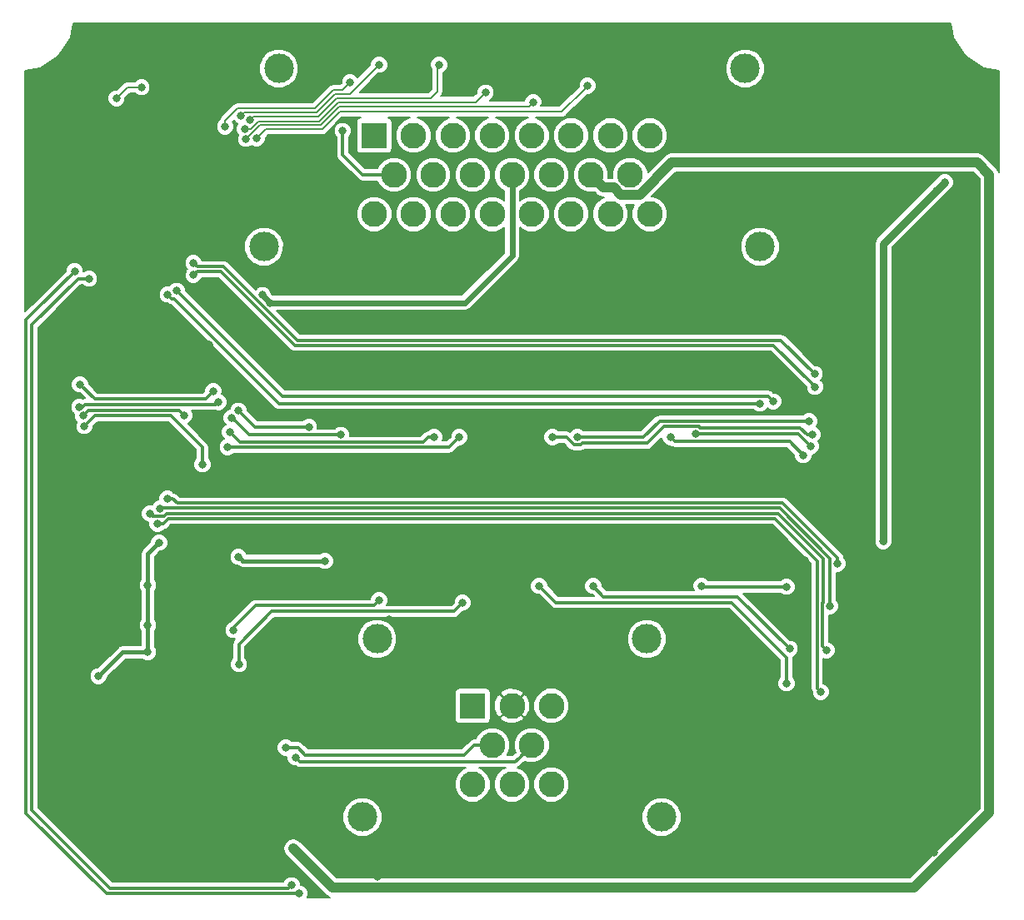
<source format=gbl>
G04 #@! TF.GenerationSoftware,KiCad,Pcbnew,(2017-01-11 revision e99b79c)-master*
G04 #@! TF.CreationDate,2017-03-26T11:11:03+03:00*
G04 #@! TF.ProjectId,msb,6D73622E6B696361645F706362000000,rev?*
G04 #@! TF.FileFunction,Copper,L2,Bot,Signal*
G04 #@! TF.FilePolarity,Positive*
%FSLAX46Y46*%
G04 Gerber Fmt 4.6, Leading zero omitted, Abs format (unit mm)*
G04 Created by KiCad (PCBNEW (2017-01-11 revision e99b79c)-master) date Sun Mar 26 11:11:03 2017*
%MOMM*%
%LPD*%
G01*
G04 APERTURE LIST*
%ADD10C,0.100000*%
%ADD11R,2.623820X2.623820*%
%ADD12C,2.623820*%
%ADD13C,2.999740*%
%ADD14C,0.800000*%
%ADD15C,0.200000*%
%ADD16C,0.400000*%
%ADD17C,0.800000*%
%ADD18C,1.000000*%
%ADD19C,0.300000*%
%ADD20C,0.600000*%
G04 APERTURE END LIST*
D10*
D11*
X164002040Y-119002040D03*
D12*
X168000000Y-119002040D03*
X171997960Y-119002040D03*
X166001020Y-123000000D03*
X169998980Y-123000000D03*
X164002040Y-126997960D03*
X168000000Y-126997960D03*
X171997960Y-126997960D03*
D13*
X154301780Y-112202460D03*
X181698220Y-112202460D03*
X183199360Y-130299960D03*
X152800640Y-130299960D03*
X193199340Y-72299960D03*
X142800660Y-72299960D03*
X191698200Y-54202460D03*
X144301800Y-54202460D03*
D12*
X181997940Y-68997960D03*
X177999980Y-68997960D03*
X173999480Y-68997960D03*
X169998980Y-68997960D03*
X166001020Y-68997960D03*
X162000520Y-68997960D03*
X158000020Y-68997960D03*
X154002060Y-68997960D03*
X179998960Y-65000000D03*
X175998460Y-65000000D03*
X171997960Y-65000000D03*
X168000000Y-65000000D03*
X164002040Y-65000000D03*
X160001540Y-65000000D03*
X156001040Y-65000000D03*
X181997940Y-61002040D03*
X177999980Y-61002040D03*
X173999480Y-61002040D03*
X169998980Y-61002040D03*
X166001020Y-61002040D03*
X162000520Y-61002040D03*
X158000020Y-61002040D03*
D11*
X154002060Y-61002040D03*
D14*
X120400000Y-125900000D03*
X129600000Y-126950000D03*
X126850000Y-134000000D03*
X136300000Y-131050000D03*
X136700000Y-136400000D03*
X210847175Y-133947175D03*
X123950000Y-53350000D03*
X131504580Y-56772945D03*
X128753342Y-59412492D03*
X214300000Y-56800000D03*
X159950000Y-79300000D03*
X156700000Y-90200000D03*
X156900000Y-93950000D03*
X207100000Y-81000000D03*
X180700000Y-79100000D03*
X180700000Y-84600000D03*
X181200000Y-89750000D03*
X180400000Y-94350000D03*
X156150000Y-108050000D03*
X155550000Y-110200000D03*
X181750000Y-106900000D03*
X181950000Y-109750000D03*
X144000000Y-136250000D03*
X145500000Y-125950000D03*
X150500000Y-133800000D03*
X162250000Y-133150000D03*
X171500000Y-135350000D03*
X168350000Y-132350000D03*
X179500000Y-132050000D03*
X185850000Y-131250000D03*
X195900000Y-135850000D03*
X214800000Y-125100000D03*
X207050000Y-116700000D03*
X207100000Y-100450000D03*
X195950000Y-104800000D03*
X193950000Y-80150000D03*
X187850000Y-67550000D03*
X195400000Y-68100000D03*
X214650000Y-66350000D03*
X205000000Y-50500000D03*
X216750000Y-62200000D03*
X210400000Y-65400000D03*
X209650000Y-62000000D03*
X202250000Y-51900000D03*
X189550000Y-57900000D03*
X168450000Y-51850000D03*
X151650000Y-51700000D03*
X148350000Y-51550000D03*
X140700000Y-56550000D03*
X140100000Y-50550000D03*
X135450000Y-57000000D03*
X137350000Y-60750000D03*
X150500000Y-64600000D03*
X151050000Y-67900000D03*
X145900000Y-68200000D03*
X139950000Y-73650000D03*
X145150000Y-89500000D03*
X134350000Y-92000000D03*
X130250000Y-70000000D03*
X125000000Y-68100000D03*
X123100000Y-72900000D03*
X135500000Y-84800000D03*
X132950000Y-78750000D03*
X130800000Y-83300000D03*
X124750000Y-78750000D03*
X121950000Y-84550000D03*
X120500000Y-88550000D03*
X134450000Y-94250000D03*
X131300000Y-96650000D03*
X134000000Y-101300000D03*
X129800000Y-101950000D03*
X129500000Y-108700000D03*
X129050000Y-112100000D03*
X127000000Y-111200000D03*
X126750000Y-100450000D03*
X124050000Y-92600000D03*
X120450000Y-93600000D03*
X125107924Y-113075721D03*
X142900000Y-81250000D03*
X134480338Y-74869662D03*
X194313047Y-84499990D03*
X156250000Y-54750000D03*
X162300000Y-54750000D03*
X166500000Y-56850000D03*
X171400000Y-57000000D03*
X178000000Y-54900000D03*
X176900000Y-51700000D03*
X180900000Y-51650000D03*
X125550000Y-66050000D03*
X132250000Y-70850000D03*
X139700000Y-68000000D03*
X139700000Y-70000000D03*
X133000000Y-69000000D03*
X132550000Y-65600000D03*
X120800000Y-61250000D03*
X120750000Y-64900000D03*
X128800000Y-62300000D03*
X136150000Y-53500000D03*
X197789991Y-104210009D03*
X197925694Y-108574306D03*
X202252985Y-111300010D03*
X202252985Y-115800010D03*
X154333444Y-136399990D03*
X144750000Y-63250000D03*
X138649919Y-105860045D03*
X134500000Y-110080789D03*
X134500000Y-113949990D03*
X201000000Y-83000000D03*
X197500000Y-96500000D03*
X201250000Y-98500000D03*
X202000000Y-102750000D03*
X202000000Y-107250000D03*
X197750000Y-112750000D03*
X197750000Y-117250000D03*
X137250000Y-82250000D03*
X143250000Y-95500000D03*
X137250000Y-97250000D03*
X134250000Y-106000000D03*
X138750000Y-110500000D03*
X138750000Y-114500000D03*
X138750000Y-118750000D03*
X134500000Y-118500000D03*
X120750000Y-111250000D03*
X130500000Y-121000000D03*
X138750000Y-123000000D03*
X134000000Y-122750000D03*
X141500000Y-121750000D03*
X154750000Y-135000000D03*
X132150000Y-102400000D03*
X131000000Y-110800000D03*
X131000000Y-106750000D03*
X126000000Y-116000000D03*
X131000000Y-113550000D03*
X211150000Y-66600000D03*
X205750000Y-102250000D03*
X212000000Y-65750000D03*
X145765300Y-133500000D03*
X145000000Y-123250000D03*
X146000000Y-124250000D03*
X125000000Y-75550000D03*
X145600000Y-137250000D03*
X123550000Y-74800000D03*
X146400000Y-138100000D03*
X163000000Y-108500000D03*
X140250000Y-114750000D03*
X139700000Y-111300000D03*
X154500000Y-108250000D03*
X140202789Y-103837768D03*
X149000000Y-104250000D03*
X141353672Y-59378050D03*
X160600000Y-53800000D03*
X140449899Y-58950010D03*
X154500000Y-53800000D03*
X151550000Y-55600000D03*
X138850000Y-60100000D03*
X140960007Y-61341032D03*
X170150000Y-57600000D03*
X133950000Y-76800000D03*
X194550000Y-88050000D03*
X175700000Y-55950000D03*
X142050000Y-61300000D03*
X131970029Y-100500010D03*
X199400000Y-117600000D03*
X200000000Y-113350000D03*
X131198846Y-99443086D03*
X124549979Y-90550000D03*
X136550000Y-94450000D03*
X124032777Y-88584153D03*
X138147221Y-88113455D03*
X134705338Y-89494662D03*
X124406104Y-89511866D03*
X137650000Y-87000000D03*
X124100000Y-86300000D03*
X132257319Y-98950010D03*
X200300000Y-108892802D03*
X201100000Y-104550000D03*
X132970340Y-97943066D03*
X140850406Y-60347044D03*
X165300000Y-56650000D03*
X142630338Y-77219662D03*
X143430338Y-78019662D03*
X130350000Y-56100000D03*
X127800000Y-57250000D03*
X176250000Y-106800000D03*
X196200000Y-113200000D03*
X170750000Y-106800000D03*
X195900000Y-116700000D03*
X187250000Y-106800000D03*
X195900000Y-106900000D03*
X133025164Y-77180397D03*
X193200000Y-88250000D03*
X135650000Y-73950000D03*
X198750000Y-85250000D03*
X198800000Y-86550000D03*
X135650000Y-75200000D03*
X139500000Y-89684990D03*
X150635000Y-91449979D03*
X140206439Y-88977199D03*
X147350000Y-90650000D03*
X162635000Y-91675000D03*
X139100000Y-92700000D03*
X139350000Y-91185010D03*
X160095000Y-91675000D03*
X184095000Y-91675000D03*
X197600000Y-93500000D03*
X186650000Y-91349990D03*
X198350000Y-92600000D03*
X172095000Y-91675000D03*
X198550000Y-91400000D03*
X174635000Y-91675000D03*
X198200000Y-90050000D03*
X150800000Y-60550000D03*
D15*
X129600000Y-126950000D02*
X121450000Y-126950000D01*
X121450000Y-126950000D02*
X120400000Y-125900000D01*
X126850000Y-134000000D02*
X129600000Y-131250000D01*
X129600000Y-131250000D02*
X129600000Y-126950000D01*
X136300000Y-131050000D02*
X129800000Y-131050000D01*
X129800000Y-131050000D02*
X126850000Y-134000000D01*
X208944350Y-135850000D02*
X210447176Y-134347174D01*
X195900000Y-135850000D02*
X208944350Y-135850000D01*
X210447176Y-134347174D02*
X210847175Y-133947175D01*
X131427525Y-56850000D02*
X131504580Y-56772945D01*
X131350000Y-56850000D02*
X131427525Y-56850000D01*
X135450000Y-57000000D02*
X131731635Y-57000000D01*
X131731635Y-57000000D02*
X131504580Y-56772945D01*
X214300000Y-56800000D02*
X208000000Y-50500000D01*
X208000000Y-50500000D02*
X205000000Y-50500000D01*
X156800000Y-114350000D02*
X156800000Y-111450000D01*
X156800000Y-111450000D02*
X155550000Y-110200000D01*
X157950000Y-115500000D02*
X156800000Y-114350000D01*
X164497960Y-115500000D02*
X157950000Y-115500000D01*
X168000000Y-119002040D02*
X164497960Y-115500000D01*
X174850000Y-114800000D02*
X179900000Y-109750000D01*
X179900000Y-109750000D02*
X181950000Y-109750000D01*
X172202040Y-114800000D02*
X174850000Y-114800000D01*
X168000000Y-119002040D02*
X172202040Y-114800000D01*
X145500000Y-125950000D02*
X144000000Y-127450000D01*
X144000000Y-127450000D02*
X144000000Y-136250000D01*
X162250000Y-133150000D02*
X161600000Y-133800000D01*
X161600000Y-133800000D02*
X150500000Y-133800000D01*
X171500000Y-135350000D02*
X164450000Y-135350000D01*
X164450000Y-135350000D02*
X162250000Y-133150000D01*
X168350000Y-132350000D02*
X171350000Y-135350000D01*
X171350000Y-135350000D02*
X171500000Y-135350000D01*
X179500000Y-132050000D02*
X168650000Y-132050000D01*
X168650000Y-132050000D02*
X168350000Y-132350000D01*
X195900000Y-135850000D02*
X191300000Y-131250000D01*
X191300000Y-131250000D02*
X185850000Y-131250000D01*
X207050000Y-116700000D02*
X214800000Y-124450000D01*
X214800000Y-124450000D02*
X214800000Y-125100000D01*
X207100000Y-100450000D02*
X207100000Y-116650000D01*
X207100000Y-116650000D02*
X207050000Y-116700000D01*
X198600000Y-73050000D02*
X198600000Y-75500000D01*
X198600000Y-75500000D02*
X193950000Y-80150000D01*
X193100000Y-67550000D02*
X198600000Y-73050000D01*
X187850000Y-67550000D02*
X193100000Y-67550000D01*
X210400000Y-65400000D02*
X198100000Y-65400000D01*
X198100000Y-65400000D02*
X195400000Y-68100000D01*
X211000000Y-64800000D02*
X213100000Y-64800000D01*
X213100000Y-64800000D02*
X214650000Y-66350000D01*
X210799999Y-65000001D02*
X211000000Y-64800000D01*
X210400000Y-65400000D02*
X210799999Y-65000001D01*
X205100000Y-50400000D02*
X205000000Y-50500000D01*
X209650000Y-62000000D02*
X216550000Y-62000000D01*
X216550000Y-62000000D02*
X216750000Y-62200000D01*
X202250000Y-51900000D02*
X209650000Y-59300000D01*
X209650000Y-59300000D02*
X209650000Y-62000000D01*
X180900000Y-51650000D02*
X183300000Y-51650000D01*
X183300000Y-51650000D02*
X189550000Y-57900000D01*
X162300000Y-54750000D02*
X165550000Y-54750000D01*
X165550000Y-54750000D02*
X168450000Y-51850000D01*
X155400000Y-51700000D02*
X156250000Y-52550000D01*
X156250000Y-52550000D02*
X156250000Y-54750000D01*
X151650000Y-51700000D02*
X155400000Y-51700000D01*
X148350000Y-51550000D02*
X151500000Y-51550000D01*
X151500000Y-51550000D02*
X151650000Y-51700000D01*
X140100000Y-50550000D02*
X140700000Y-51150000D01*
X140700000Y-51150000D02*
X140700000Y-56550000D01*
X139900000Y-50350000D02*
X140100000Y-50550000D01*
X137350000Y-60750000D02*
X135450000Y-58850000D01*
X135450000Y-58850000D02*
X135450000Y-57000000D01*
X144750000Y-63250000D02*
X139850000Y-63250000D01*
X139850000Y-63250000D02*
X137350000Y-60750000D01*
X151050000Y-67900000D02*
X150500000Y-67350000D01*
X150500000Y-67350000D02*
X150500000Y-64600000D01*
X139700000Y-70000000D02*
X144100000Y-70000000D01*
X144100000Y-70000000D02*
X145900000Y-68200000D01*
X139950000Y-73650000D02*
X139950000Y-70250000D01*
X139950000Y-70250000D02*
X139700000Y-70000000D01*
X134450000Y-94250000D02*
X134450000Y-92100000D01*
X134450000Y-92100000D02*
X134350000Y-92000000D01*
X130250000Y-70000000D02*
X131100000Y-70850000D01*
X131100000Y-70850000D02*
X132250000Y-70850000D01*
X123100000Y-72900000D02*
X125000000Y-71000000D01*
X125000000Y-71000000D02*
X125000000Y-68100000D01*
X132950000Y-78750000D02*
X132950000Y-82250000D01*
X132950000Y-82250000D02*
X135500000Y-84800000D01*
X130800000Y-83300000D02*
X132950000Y-81150000D01*
X132950000Y-81150000D02*
X132950000Y-78750000D01*
X124750000Y-78750000D02*
X126250000Y-78750000D01*
X126250000Y-78750000D02*
X130800000Y-83300000D01*
X121950000Y-84550000D02*
X124750000Y-81750000D01*
X124750000Y-81750000D02*
X124750000Y-78750000D01*
X120500000Y-88550000D02*
X120500000Y-86000000D01*
X120500000Y-86000000D02*
X121950000Y-84550000D01*
X124050000Y-92600000D02*
X120500000Y-89050000D01*
X120500000Y-89050000D02*
X120500000Y-88550000D01*
X131300000Y-96650000D02*
X132050000Y-96650000D01*
X132050000Y-96650000D02*
X134450000Y-94250000D01*
X130300000Y-101450000D02*
X133850000Y-101450000D01*
X133850000Y-101450000D02*
X134000000Y-101300000D01*
X129800000Y-101950000D02*
X130300000Y-101450000D01*
X129500000Y-108700000D02*
X129500000Y-102250000D01*
X129500000Y-102250000D02*
X129800000Y-101950000D01*
X129050000Y-112100000D02*
X129050000Y-109150000D01*
X129050000Y-109150000D02*
X129500000Y-108700000D01*
X127000000Y-111200000D02*
X127900000Y-112100000D01*
X127900000Y-112100000D02*
X129050000Y-112100000D01*
X124050000Y-92600000D02*
X124050000Y-97750000D01*
X124050000Y-97750000D02*
X126750000Y-100450000D01*
X120450000Y-93600000D02*
X121450000Y-92600000D01*
X121450000Y-92600000D02*
X124050000Y-92600000D01*
D16*
X131750001Y-102799999D02*
X132150000Y-102400000D01*
X131000000Y-103550000D02*
X131750001Y-102799999D01*
X131000000Y-106750000D02*
X131000000Y-103550000D01*
X131000000Y-113550000D02*
X131000000Y-110800000D01*
X131000000Y-110800000D02*
X131000000Y-106750000D01*
X131000000Y-113550000D02*
X128450000Y-113550000D01*
X128450000Y-113550000D02*
X126000000Y-116000000D01*
D17*
X205750000Y-96750000D02*
X205750000Y-102250000D01*
X212000000Y-65750000D02*
X205750000Y-72000000D01*
X205750000Y-72000000D02*
X205750000Y-96750000D01*
D18*
X180964678Y-67011911D02*
X179033242Y-67011911D01*
X145765300Y-133515300D02*
X149750000Y-137500000D01*
X215250000Y-63750000D02*
X184226589Y-63750000D01*
X216500000Y-129850000D02*
X216500000Y-65000000D01*
X145765300Y-133500000D02*
X145765300Y-133515300D01*
X184226589Y-63750000D02*
X180964678Y-67011911D01*
X149750000Y-137500000D02*
X208850000Y-137500000D01*
X178333240Y-66311909D02*
X177310369Y-66311909D01*
X208850000Y-137500000D02*
X216500000Y-129850000D01*
X216500000Y-65000000D02*
X215250000Y-63750000D01*
X179033242Y-67011911D02*
X178333240Y-66311909D01*
X177310369Y-66311909D02*
X175998460Y-65000000D01*
D19*
X146250000Y-123250000D02*
X145000000Y-123250000D01*
X163145700Y-124000000D02*
X147000000Y-124000000D01*
X147000000Y-124000000D02*
X146250000Y-123250000D01*
X166001020Y-123000000D02*
X164145700Y-123000000D01*
X164145700Y-123000000D02*
X163145700Y-124000000D01*
X146000000Y-124250000D02*
X146411911Y-124661911D01*
X146411911Y-124661911D02*
X168337069Y-124661911D01*
X168337069Y-124661911D02*
X168687071Y-124311909D01*
X168687071Y-124311909D02*
X169998980Y-123000000D01*
X145300000Y-137550000D02*
X145600000Y-137250000D01*
X119200000Y-129600000D02*
X127150000Y-137550000D01*
X125000000Y-75550000D02*
X123922460Y-75550000D01*
X123922460Y-75550000D02*
X119200000Y-80272460D01*
X119200000Y-80272460D02*
X119200000Y-129600000D01*
X127150000Y-137550000D02*
X145300000Y-137550000D01*
X146400000Y-138100000D02*
X126800000Y-138100000D01*
X126800000Y-138100000D02*
X118599989Y-129899989D01*
X118599989Y-129899989D02*
X118599989Y-79762467D01*
X119700010Y-78649990D02*
X123550000Y-74800000D01*
X118599989Y-79762467D02*
X119700010Y-78662446D01*
X119700010Y-78662446D02*
X119700010Y-78649990D01*
X140250000Y-114750000D02*
X140250000Y-112750000D01*
X140250000Y-112750000D02*
X143600000Y-109400000D01*
X143600000Y-109400000D02*
X162100000Y-109400000D01*
X162100000Y-109400000D02*
X163000000Y-108500000D01*
X154500000Y-108250000D02*
X153950000Y-108800000D01*
X153950000Y-108800000D02*
X141950000Y-108800000D01*
X141950000Y-108800000D02*
X139700000Y-111050000D01*
X139700000Y-111050000D02*
X139700000Y-111300000D01*
D16*
X140602788Y-104237767D02*
X140202789Y-103837768D01*
X140615021Y-104250000D02*
X140602788Y-104237767D01*
X149000000Y-104250000D02*
X140615021Y-104250000D01*
D15*
X160406986Y-54300000D02*
X160406986Y-56543014D01*
X159749978Y-57200022D02*
X150181378Y-57200022D01*
X160406986Y-56543014D02*
X159749978Y-57200022D01*
X150181378Y-57200022D02*
X148331378Y-59050022D01*
X148331378Y-59050022D02*
X141681700Y-59050022D01*
X141681700Y-59050022D02*
X141353672Y-59378050D01*
X160600000Y-53800000D02*
X160406986Y-53993014D01*
X160406986Y-54300000D02*
X160406986Y-54108418D01*
X160406986Y-53993014D02*
X160406986Y-54300000D01*
X154500000Y-53800000D02*
X151499989Y-56800011D01*
X151499989Y-56800011D02*
X150015689Y-56800011D01*
X150015689Y-56800011D02*
X148165689Y-58650011D01*
X148165689Y-58650011D02*
X140749898Y-58650011D01*
X140749898Y-58650011D02*
X140449899Y-58950010D01*
X149850000Y-56400000D02*
X150750000Y-56400000D01*
X150750000Y-56400000D02*
X151550000Y-55600000D01*
X148000000Y-58250000D02*
X149850000Y-56400000D01*
X140134315Y-58250000D02*
X148000000Y-58250000D01*
X138850000Y-59534315D02*
X140134315Y-58250000D01*
X138850000Y-60100000D02*
X138850000Y-59534315D01*
X141392393Y-60941033D02*
X141360006Y-60941033D01*
X169700000Y-58050000D02*
X150462800Y-58050000D01*
X150462800Y-58050000D02*
X148562811Y-59949989D01*
X148562811Y-59949989D02*
X142383437Y-59949989D01*
X142383437Y-59949989D02*
X141392393Y-60941033D01*
X170150000Y-57600000D02*
X169700000Y-58050000D01*
X141360006Y-60941033D02*
X140960007Y-61341032D01*
D19*
X134349999Y-77199999D02*
X133950000Y-76800000D01*
X144649998Y-87499998D02*
X134349999Y-77199999D01*
X193999998Y-87499998D02*
X144649998Y-87499998D01*
X194550000Y-88050000D02*
X193999998Y-87499998D01*
D15*
X173050000Y-58600000D02*
X175300001Y-56349999D01*
X142050000Y-61300000D02*
X143000000Y-60350000D01*
X143000000Y-60350000D02*
X148728500Y-60350000D01*
X148728500Y-60350000D02*
X150478500Y-58600000D01*
X150478500Y-58600000D02*
X173050000Y-58600000D01*
X175300001Y-56349999D02*
X175700000Y-55950000D01*
D19*
X199400000Y-117600000D02*
X199000001Y-117200001D01*
X132535714Y-100500010D02*
X131970029Y-100500010D01*
X199000001Y-117200001D02*
X199000001Y-104250001D01*
X199000001Y-104250001D02*
X194700000Y-99950000D01*
X194700000Y-99950000D02*
X133085724Y-99950000D01*
X133085724Y-99950000D02*
X132535714Y-100500010D01*
X132874247Y-99443086D02*
X132617321Y-99700012D01*
X195035964Y-99443086D02*
X132874247Y-99443086D01*
X200000000Y-113350000D02*
X199549999Y-112899999D01*
X199549999Y-112899999D02*
X199549999Y-108532801D01*
X199600000Y-104007122D02*
X195035964Y-99443086D01*
X132617321Y-99700012D02*
X131455772Y-99700012D01*
X199600000Y-108482800D02*
X199600000Y-104007122D01*
X199549999Y-108532801D02*
X199600000Y-108482800D01*
X131455772Y-99700012D02*
X131198846Y-99443086D01*
X136550000Y-94450000D02*
X136550000Y-92700000D01*
X125599979Y-89500000D02*
X124549979Y-90550000D01*
X136550000Y-92700000D02*
X133350000Y-89500000D01*
X133350000Y-89500000D02*
X125599979Y-89500000D01*
X138147221Y-88113455D02*
X137910676Y-88350000D01*
X137910676Y-88350000D02*
X124600000Y-88350000D01*
X124600000Y-88350000D02*
X124365847Y-88584153D01*
X124365847Y-88584153D02*
X124032777Y-88584153D01*
X124406104Y-89511866D02*
X124967970Y-88950000D01*
X134160676Y-88950000D02*
X134305339Y-89094663D01*
X124967970Y-88950000D02*
X134160676Y-88950000D01*
X134305339Y-89094663D02*
X134705338Y-89494662D01*
X124100000Y-86300000D02*
X125600000Y-87800000D01*
X125600000Y-87800000D02*
X136850000Y-87800000D01*
X136850000Y-87800000D02*
X137450000Y-87200000D01*
X137450000Y-87200000D02*
X137650000Y-87000000D01*
X200300000Y-104000000D02*
X195200010Y-98900010D01*
X200300000Y-108892802D02*
X200300000Y-104000000D01*
X132307319Y-98900010D02*
X132257319Y-98950010D01*
X195200010Y-98900010D02*
X132307319Y-98900010D01*
X201100000Y-104550000D02*
X201100000Y-103984315D01*
X201100000Y-103984315D02*
X195515685Y-98400000D01*
X195515685Y-98400000D02*
X133992959Y-98400000D01*
X133992959Y-98400000D02*
X133536025Y-97943066D01*
X133536025Y-97943066D02*
X132970340Y-97943066D01*
D15*
X141416091Y-60347044D02*
X140850406Y-60347044D01*
X141420682Y-60347044D02*
X141416091Y-60347044D01*
X164349967Y-57600033D02*
X150347067Y-57600033D01*
X165300000Y-56650000D02*
X164349967Y-57600033D01*
X142217748Y-59549978D02*
X141420682Y-60347044D01*
X150347067Y-57600033D02*
X148397122Y-59549978D01*
X148397122Y-59549978D02*
X142217748Y-59549978D01*
D20*
X143430338Y-78019662D02*
X142630338Y-77219662D01*
X168000000Y-73250000D02*
X163230338Y-78019662D01*
X168000000Y-65000000D02*
X168000000Y-73250000D01*
X163230338Y-78019662D02*
X143996023Y-78019662D01*
X143996023Y-78019662D02*
X143430338Y-78019662D01*
D15*
X127800000Y-57250000D02*
X128950000Y-56100000D01*
X128950000Y-56100000D02*
X130350000Y-56100000D01*
D19*
X177300000Y-107900000D02*
X176250000Y-106850000D01*
X176250000Y-106850000D02*
X176250000Y-106800000D01*
X190900000Y-107900000D02*
X177300000Y-107900000D01*
X196200000Y-113200000D02*
X190900000Y-107900000D01*
X195900000Y-116700000D02*
X195900000Y-114100000D01*
X195900000Y-114100000D02*
X190300000Y-108500000D01*
X190300000Y-108500000D02*
X172450000Y-108500000D01*
X172450000Y-108500000D02*
X170750000Y-106800000D01*
X195900000Y-106900000D02*
X187350000Y-106900000D01*
X187350000Y-106900000D02*
X187250000Y-106800000D01*
X133644396Y-77580396D02*
X133425163Y-77580396D01*
X193200000Y-88250000D02*
X144314000Y-88250000D01*
X144314000Y-88250000D02*
X133644396Y-77580396D01*
X133425163Y-77580396D02*
X133025164Y-77180397D01*
X146182159Y-81832159D02*
X138699999Y-74349999D01*
X198750000Y-85250000D02*
X195332159Y-81832159D01*
X195332159Y-81832159D02*
X146182159Y-81832159D01*
X138699999Y-74349999D02*
X136049999Y-74349999D01*
X136049999Y-74349999D02*
X135650000Y-73950000D01*
X135650000Y-75200000D02*
X136000000Y-74850000D01*
X138450000Y-74850000D02*
X145932170Y-82332170D01*
X136000000Y-74850000D02*
X138450000Y-74850000D01*
X145932170Y-82332170D02*
X194582170Y-82332170D01*
X194582170Y-82332170D02*
X198400001Y-86150001D01*
X198400001Y-86150001D02*
X198800000Y-86550000D01*
X150635000Y-91449979D02*
X141264989Y-91449979D01*
X141264989Y-91449979D02*
X139899999Y-90084989D01*
X139899999Y-90084989D02*
X139500000Y-89684990D01*
X140606438Y-89377198D02*
X140206439Y-88977199D01*
X141879240Y-90650000D02*
X140606438Y-89377198D01*
X147350000Y-90650000D02*
X141879240Y-90650000D01*
X161610000Y-92700000D02*
X162635000Y-91675000D01*
X139100000Y-92700000D02*
X161610000Y-92700000D01*
X160095000Y-91675000D02*
X159470000Y-91675000D01*
X139749999Y-91585009D02*
X139350000Y-91185010D01*
X140364979Y-92199989D02*
X139749999Y-91585009D01*
X158945011Y-92199989D02*
X140364979Y-92199989D01*
X159470000Y-91675000D02*
X158945011Y-92199989D01*
X197600000Y-93500000D02*
X196200000Y-92100000D01*
X196200000Y-92100000D02*
X184520000Y-92100000D01*
X184520000Y-92100000D02*
X184095000Y-91675000D01*
X187215685Y-91349990D02*
X186650000Y-91349990D01*
X197099990Y-91349990D02*
X187215685Y-91349990D01*
X198350000Y-92600000D02*
X197099990Y-91349990D01*
X174975000Y-92450000D02*
X174300000Y-92450000D01*
X175125000Y-92300000D02*
X174975000Y-92450000D01*
X181750000Y-92300000D02*
X175125000Y-92300000D01*
X187110001Y-90699989D02*
X187010001Y-90599989D01*
X197284304Y-90699989D02*
X187110001Y-90699989D01*
X197984315Y-91400000D02*
X197284304Y-90699989D01*
X174300000Y-92450000D02*
X173525000Y-91675000D01*
X173525000Y-91675000D02*
X172720000Y-91675000D01*
X172720000Y-91675000D02*
X172095000Y-91675000D01*
X183450011Y-90599989D02*
X181750000Y-92300000D01*
X187010001Y-90599989D02*
X183450011Y-90599989D01*
X198550000Y-91400000D02*
X197984315Y-91400000D01*
X183000000Y-90050000D02*
X181375000Y-91675000D01*
X198200000Y-90050000D02*
X183000000Y-90050000D01*
X181375000Y-91675000D02*
X175260000Y-91675000D01*
X175260000Y-91675000D02*
X174635000Y-91675000D01*
X156001040Y-65000000D02*
X152800000Y-65000000D01*
X152800000Y-65000000D02*
X150800000Y-63000000D01*
X150800000Y-63000000D02*
X150800000Y-61115685D01*
X150800000Y-61115685D02*
X150800000Y-60550000D01*
D15*
G36*
X212841170Y-51020717D02*
X212923293Y-51218981D01*
X212923296Y-51218984D01*
X214007155Y-52841094D01*
X214007157Y-52841098D01*
X214083030Y-52916970D01*
X214158902Y-52992843D01*
X214158906Y-52992845D01*
X215781017Y-54076705D01*
X215781019Y-54076707D01*
X215979283Y-54158830D01*
X217450000Y-54451374D01*
X217450000Y-64748632D01*
X217423880Y-64617317D01*
X217423880Y-64617316D01*
X217207107Y-64292893D01*
X215957107Y-63042893D01*
X215632684Y-62826120D01*
X215250000Y-62750000D01*
X184226589Y-62750000D01*
X183843905Y-62826120D01*
X183519482Y-63042893D01*
X181811087Y-64751288D01*
X181811183Y-64641170D01*
X181535918Y-63974977D01*
X181026664Y-63464833D01*
X180360952Y-63188406D01*
X179640130Y-63187777D01*
X178973937Y-63463042D01*
X178463793Y-63972296D01*
X178187366Y-64638008D01*
X178186778Y-65311909D01*
X177810098Y-65311909D01*
X177810683Y-64641170D01*
X177535418Y-63974977D01*
X177026164Y-63464833D01*
X176360452Y-63188406D01*
X175639630Y-63187777D01*
X174973437Y-63463042D01*
X174463293Y-63972296D01*
X174186866Y-64638008D01*
X174186237Y-65358830D01*
X174461502Y-66025023D01*
X174970756Y-66535167D01*
X175636468Y-66811594D01*
X176357290Y-66812223D01*
X176385014Y-66800768D01*
X176603260Y-67019013D01*
X176603262Y-67019016D01*
X176738147Y-67109143D01*
X176927685Y-67235789D01*
X177310369Y-67311910D01*
X177310374Y-67311909D01*
X177335790Y-67311909D01*
X176974957Y-67461002D01*
X176464813Y-67970256D01*
X176188386Y-68635968D01*
X176187757Y-69356790D01*
X176463022Y-70022983D01*
X176972276Y-70533127D01*
X177637988Y-70809554D01*
X178358810Y-70810183D01*
X179025003Y-70534918D01*
X179535147Y-70025664D01*
X179811574Y-69359952D01*
X179812203Y-68639130D01*
X179553042Y-68011911D01*
X180445476Y-68011911D01*
X180186346Y-68635968D01*
X180185717Y-69356790D01*
X180460982Y-70022983D01*
X180970236Y-70533127D01*
X181635948Y-70809554D01*
X182356770Y-70810183D01*
X183022963Y-70534918D01*
X183533107Y-70025664D01*
X183809534Y-69359952D01*
X183810163Y-68639130D01*
X183534898Y-67972937D01*
X183025644Y-67462793D01*
X182359932Y-67186366D01*
X182204573Y-67186230D01*
X184640803Y-64750000D01*
X214835786Y-64750000D01*
X215500000Y-65414214D01*
X215500000Y-129435786D01*
X208435786Y-136500000D01*
X150164214Y-136500000D01*
X146503216Y-132839002D01*
X146472407Y-132792893D01*
X146147983Y-132576120D01*
X145765300Y-132500000D01*
X145382617Y-132576120D01*
X145058193Y-132792893D01*
X144841420Y-133117317D01*
X144765300Y-133500000D01*
X144765300Y-133515300D01*
X144841420Y-133897984D01*
X145058193Y-134222407D01*
X149042893Y-138207107D01*
X149367316Y-138423880D01*
X149498631Y-138450000D01*
X147229173Y-138450000D01*
X147299843Y-138279806D01*
X147300156Y-137921764D01*
X147163428Y-137590857D01*
X146910475Y-137337462D01*
X146579806Y-137200157D01*
X146500044Y-137200087D01*
X146500156Y-137071764D01*
X146363428Y-136740857D01*
X146110475Y-136487462D01*
X145779806Y-136350157D01*
X145421764Y-136349844D01*
X145090857Y-136486572D01*
X144837462Y-136739525D01*
X144770827Y-136900000D01*
X127419239Y-136900000D01*
X121215253Y-130696014D01*
X150800423Y-130696014D01*
X151104244Y-131431316D01*
X151666325Y-131994379D01*
X152401096Y-132299482D01*
X153196694Y-132300177D01*
X153931996Y-131996356D01*
X154495059Y-131434275D01*
X154800162Y-130699504D01*
X154800165Y-130696014D01*
X181199143Y-130696014D01*
X181502964Y-131431316D01*
X182065045Y-131994379D01*
X182799816Y-132299482D01*
X183595414Y-132300177D01*
X184330716Y-131996356D01*
X184893779Y-131434275D01*
X185198882Y-130699504D01*
X185199577Y-129903906D01*
X184895756Y-129168604D01*
X184333675Y-128605541D01*
X183598904Y-128300438D01*
X182803306Y-128299743D01*
X182068004Y-128603564D01*
X181504941Y-129165645D01*
X181199838Y-129900416D01*
X181199143Y-130696014D01*
X154800165Y-130696014D01*
X154800857Y-129903906D01*
X154497036Y-129168604D01*
X153934955Y-128605541D01*
X153200184Y-128300438D01*
X152404586Y-128299743D01*
X151669284Y-128603564D01*
X151106221Y-129165645D01*
X150801118Y-129900416D01*
X150800423Y-130696014D01*
X121215253Y-130696014D01*
X119850000Y-129330762D01*
X119850000Y-123428236D01*
X144099844Y-123428236D01*
X144236572Y-123759143D01*
X144489525Y-124012538D01*
X144820194Y-124149843D01*
X145100087Y-124150088D01*
X145099844Y-124428236D01*
X145236572Y-124759143D01*
X145489525Y-125012538D01*
X145820194Y-125149843D01*
X145994894Y-125149996D01*
X146163166Y-125262433D01*
X146204435Y-125270642D01*
X146411911Y-125311911D01*
X163337845Y-125311911D01*
X162977017Y-125461002D01*
X162466873Y-125970256D01*
X162190446Y-126635968D01*
X162189817Y-127356790D01*
X162465082Y-128022983D01*
X162974336Y-128533127D01*
X163640048Y-128809554D01*
X164360870Y-128810183D01*
X165027063Y-128534918D01*
X165537207Y-128025664D01*
X165813634Y-127359952D01*
X165814263Y-126639130D01*
X165538998Y-125972937D01*
X165029744Y-125462793D01*
X164666379Y-125311911D01*
X167335805Y-125311911D01*
X166974977Y-125461002D01*
X166464833Y-125970256D01*
X166188406Y-126635968D01*
X166187777Y-127356790D01*
X166463042Y-128022983D01*
X166972296Y-128533127D01*
X167638008Y-128809554D01*
X168358830Y-128810183D01*
X169025023Y-128534918D01*
X169535167Y-128025664D01*
X169811594Y-127359952D01*
X169811596Y-127356790D01*
X170185737Y-127356790D01*
X170461002Y-128022983D01*
X170970256Y-128533127D01*
X171635968Y-128809554D01*
X172356790Y-128810183D01*
X173022983Y-128534918D01*
X173533127Y-128025664D01*
X173809554Y-127359952D01*
X173810183Y-126639130D01*
X173534918Y-125972937D01*
X173025664Y-125462793D01*
X172359952Y-125186366D01*
X171639130Y-125185737D01*
X170972937Y-125461002D01*
X170462793Y-125970256D01*
X170186366Y-126635968D01*
X170185737Y-127356790D01*
X169811596Y-127356790D01*
X169812223Y-126639130D01*
X169536958Y-125972937D01*
X169027704Y-125462793D01*
X168558342Y-125267897D01*
X168585814Y-125262433D01*
X168796688Y-125121530D01*
X169146691Y-124771528D01*
X169146693Y-124771525D01*
X169262235Y-124655983D01*
X169636988Y-124811594D01*
X170357810Y-124812223D01*
X171024003Y-124536958D01*
X171534147Y-124027704D01*
X171810574Y-123361992D01*
X171811203Y-122641170D01*
X171535938Y-121974977D01*
X171026684Y-121464833D01*
X170360972Y-121188406D01*
X169640150Y-121187777D01*
X168973957Y-121463042D01*
X168463813Y-121972296D01*
X168187386Y-122638008D01*
X168186757Y-123358830D01*
X168342934Y-123736808D01*
X168227455Y-123852287D01*
X168227452Y-123852289D01*
X168067830Y-124011911D01*
X167542745Y-124011911D01*
X167812614Y-123361992D01*
X167813243Y-122641170D01*
X167537978Y-121974977D01*
X167028724Y-121464833D01*
X166363012Y-121188406D01*
X165642190Y-121187777D01*
X164975997Y-121463042D01*
X164465853Y-121972296D01*
X164309017Y-122350000D01*
X164145700Y-122350000D01*
X163896956Y-122399478D01*
X163686081Y-122540380D01*
X162876462Y-123350000D01*
X147269239Y-123350000D01*
X146709619Y-122790381D01*
X146498745Y-122649478D01*
X146441080Y-122638008D01*
X146250000Y-122600000D01*
X145622817Y-122600000D01*
X145510475Y-122487462D01*
X145179806Y-122350157D01*
X144821764Y-122349844D01*
X144490857Y-122486572D01*
X144237462Y-122739525D01*
X144100157Y-123070194D01*
X144099844Y-123428236D01*
X119850000Y-123428236D01*
X119850000Y-117690130D01*
X162180335Y-117690130D01*
X162180335Y-120313950D01*
X162219141Y-120509040D01*
X162329650Y-120674430D01*
X162495040Y-120784939D01*
X162690130Y-120823745D01*
X165313950Y-120823745D01*
X165509040Y-120784939D01*
X165674430Y-120674430D01*
X165784939Y-120509040D01*
X165823745Y-120313950D01*
X165823745Y-120237515D01*
X166799880Y-120237515D01*
X166934446Y-120511182D01*
X167593080Y-120804075D01*
X168313663Y-120822624D01*
X168986495Y-120564006D01*
X169065554Y-120511182D01*
X169200120Y-120237515D01*
X168000000Y-119037395D01*
X166799880Y-120237515D01*
X165823745Y-120237515D01*
X165823745Y-119315703D01*
X166179416Y-119315703D01*
X166438034Y-119988535D01*
X166490858Y-120067594D01*
X166764525Y-120202160D01*
X167964645Y-119002040D01*
X168035355Y-119002040D01*
X169235475Y-120202160D01*
X169509142Y-120067594D01*
X169802035Y-119408960D01*
X169803272Y-119360870D01*
X170185737Y-119360870D01*
X170461002Y-120027063D01*
X170970256Y-120537207D01*
X171635968Y-120813634D01*
X172356790Y-120814263D01*
X173022983Y-120538998D01*
X173533127Y-120029744D01*
X173809554Y-119364032D01*
X173810183Y-118643210D01*
X173534918Y-117977017D01*
X173025664Y-117466873D01*
X172359952Y-117190446D01*
X171639130Y-117189817D01*
X170972937Y-117465082D01*
X170462793Y-117974336D01*
X170186366Y-118640048D01*
X170185737Y-119360870D01*
X169803272Y-119360870D01*
X169820584Y-118688377D01*
X169561966Y-118015545D01*
X169509142Y-117936486D01*
X169235475Y-117801920D01*
X168035355Y-119002040D01*
X167964645Y-119002040D01*
X166764525Y-117801920D01*
X166490858Y-117936486D01*
X166197965Y-118595120D01*
X166179416Y-119315703D01*
X165823745Y-119315703D01*
X165823745Y-117766565D01*
X166799880Y-117766565D01*
X168000000Y-118966685D01*
X169200120Y-117766565D01*
X169065554Y-117492898D01*
X168406920Y-117200005D01*
X167686337Y-117181456D01*
X167013505Y-117440074D01*
X166934446Y-117492898D01*
X166799880Y-117766565D01*
X165823745Y-117766565D01*
X165823745Y-117690130D01*
X165784939Y-117495040D01*
X165674430Y-117329650D01*
X165509040Y-117219141D01*
X165313950Y-117180335D01*
X162690130Y-117180335D01*
X162495040Y-117219141D01*
X162329650Y-117329650D01*
X162219141Y-117495040D01*
X162180335Y-117690130D01*
X119850000Y-117690130D01*
X119850000Y-116178236D01*
X125099844Y-116178236D01*
X125236572Y-116509143D01*
X125489525Y-116762538D01*
X125820194Y-116899843D01*
X126178236Y-116900156D01*
X126509143Y-116763428D01*
X126762538Y-116510475D01*
X126899843Y-116179806D01*
X126899921Y-116090029D01*
X128739950Y-114250000D01*
X130427096Y-114250000D01*
X130489525Y-114312538D01*
X130820194Y-114449843D01*
X131178236Y-114450156D01*
X131509143Y-114313428D01*
X131762538Y-114060475D01*
X131899843Y-113729806D01*
X131900156Y-113371764D01*
X131763428Y-113040857D01*
X131700000Y-112977318D01*
X131700000Y-111478236D01*
X138799844Y-111478236D01*
X138936572Y-111809143D01*
X139189525Y-112062538D01*
X139520194Y-112199843D01*
X139878236Y-112200156D01*
X139882275Y-112198487D01*
X139790381Y-112290381D01*
X139649478Y-112501255D01*
X139649478Y-112501256D01*
X139600000Y-112750000D01*
X139600000Y-114127183D01*
X139487462Y-114239525D01*
X139350157Y-114570194D01*
X139349844Y-114928236D01*
X139486572Y-115259143D01*
X139739525Y-115512538D01*
X140070194Y-115649843D01*
X140428236Y-115650156D01*
X140759143Y-115513428D01*
X141012538Y-115260475D01*
X141149843Y-114929806D01*
X141150156Y-114571764D01*
X141013428Y-114240857D01*
X140900000Y-114127231D01*
X140900000Y-113019238D01*
X141320724Y-112598514D01*
X152301563Y-112598514D01*
X152605384Y-113333816D01*
X153167465Y-113896879D01*
X153902236Y-114201982D01*
X154697834Y-114202677D01*
X155433136Y-113898856D01*
X155996199Y-113336775D01*
X156301302Y-112602004D01*
X156301305Y-112598514D01*
X179698003Y-112598514D01*
X180001824Y-113333816D01*
X180563905Y-113896879D01*
X181298676Y-114201982D01*
X182094274Y-114202677D01*
X182829576Y-113898856D01*
X183392639Y-113336775D01*
X183697742Y-112602004D01*
X183698437Y-111806406D01*
X183394616Y-111071104D01*
X182832535Y-110508041D01*
X182097764Y-110202938D01*
X181302166Y-110202243D01*
X180566864Y-110506064D01*
X180003801Y-111068145D01*
X179698698Y-111802916D01*
X179698003Y-112598514D01*
X156301305Y-112598514D01*
X156301997Y-111806406D01*
X155998176Y-111071104D01*
X155436095Y-110508041D01*
X154701324Y-110202938D01*
X153905726Y-110202243D01*
X153170424Y-110506064D01*
X152607361Y-111068145D01*
X152302258Y-111802916D01*
X152301563Y-112598514D01*
X141320724Y-112598514D01*
X143869239Y-110050000D01*
X162100000Y-110050000D01*
X162307476Y-110008731D01*
X162348745Y-110000522D01*
X162559619Y-109859619D01*
X163019222Y-109400017D01*
X163178236Y-109400156D01*
X163509143Y-109263428D01*
X163762538Y-109010475D01*
X163899843Y-108679806D01*
X163900156Y-108321764D01*
X163763428Y-107990857D01*
X163510475Y-107737462D01*
X163179806Y-107600157D01*
X162821764Y-107599844D01*
X162490857Y-107736572D01*
X162237462Y-107989525D01*
X162100157Y-108320194D01*
X162100017Y-108480745D01*
X161830762Y-108750000D01*
X155266888Y-108750000D01*
X155399843Y-108429806D01*
X155400156Y-108071764D01*
X155263428Y-107740857D01*
X155010475Y-107487462D01*
X154679806Y-107350157D01*
X154321764Y-107349844D01*
X153990857Y-107486572D01*
X153737462Y-107739525D01*
X153600157Y-108070194D01*
X153600087Y-108150000D01*
X141950000Y-108150000D01*
X141701256Y-108199478D01*
X141490381Y-108340380D01*
X139366950Y-110463812D01*
X139190857Y-110536572D01*
X138937462Y-110789525D01*
X138800157Y-111120194D01*
X138799844Y-111478236D01*
X131700000Y-111478236D01*
X131700000Y-111372904D01*
X131762538Y-111310475D01*
X131899843Y-110979806D01*
X131900156Y-110621764D01*
X131763428Y-110290857D01*
X131700000Y-110227318D01*
X131700000Y-107322904D01*
X131762538Y-107260475D01*
X131879733Y-106978236D01*
X169849844Y-106978236D01*
X169986572Y-107309143D01*
X170239525Y-107562538D01*
X170570194Y-107699843D01*
X170730745Y-107699983D01*
X171990381Y-108959619D01*
X172201255Y-109100522D01*
X172242524Y-109108731D01*
X172450000Y-109150000D01*
X190030762Y-109150000D01*
X195250000Y-114369238D01*
X195250000Y-116077183D01*
X195137462Y-116189525D01*
X195000157Y-116520194D01*
X194999844Y-116878236D01*
X195136572Y-117209143D01*
X195389525Y-117462538D01*
X195720194Y-117599843D01*
X196078236Y-117600156D01*
X196409143Y-117463428D01*
X196662538Y-117210475D01*
X196799843Y-116879806D01*
X196800156Y-116521764D01*
X196663428Y-116190857D01*
X196550000Y-116077231D01*
X196550000Y-114100000D01*
X196536984Y-114034563D01*
X196709143Y-113963428D01*
X196962538Y-113710475D01*
X197099843Y-113379806D01*
X197100156Y-113021764D01*
X196963428Y-112690857D01*
X196710475Y-112437462D01*
X196379806Y-112300157D01*
X196219255Y-112300017D01*
X191469238Y-107550000D01*
X195277183Y-107550000D01*
X195389525Y-107662538D01*
X195720194Y-107799843D01*
X196078236Y-107800156D01*
X196409143Y-107663428D01*
X196662538Y-107410475D01*
X196799843Y-107079806D01*
X196800156Y-106721764D01*
X196663428Y-106390857D01*
X196410475Y-106137462D01*
X196079806Y-106000157D01*
X195721764Y-105999844D01*
X195390857Y-106136572D01*
X195277231Y-106250000D01*
X187972642Y-106250000D01*
X187760475Y-106037462D01*
X187429806Y-105900157D01*
X187071764Y-105899844D01*
X186740857Y-106036572D01*
X186487462Y-106289525D01*
X186350157Y-106620194D01*
X186349844Y-106978236D01*
X186462135Y-107250000D01*
X177569239Y-107250000D01*
X177149973Y-106830735D01*
X177150156Y-106621764D01*
X177013428Y-106290857D01*
X176760475Y-106037462D01*
X176429806Y-105900157D01*
X176071764Y-105899844D01*
X175740857Y-106036572D01*
X175487462Y-106289525D01*
X175350157Y-106620194D01*
X175349844Y-106978236D01*
X175486572Y-107309143D01*
X175739525Y-107562538D01*
X176070194Y-107699843D01*
X176180701Y-107699940D01*
X176330761Y-107850000D01*
X172719238Y-107850000D01*
X171650017Y-106780779D01*
X171650156Y-106621764D01*
X171513428Y-106290857D01*
X171260475Y-106037462D01*
X170929806Y-105900157D01*
X170571764Y-105899844D01*
X170240857Y-106036572D01*
X169987462Y-106289525D01*
X169850157Y-106620194D01*
X169849844Y-106978236D01*
X131879733Y-106978236D01*
X131899843Y-106929806D01*
X131900156Y-106571764D01*
X131763428Y-106240857D01*
X131700000Y-106177318D01*
X131700000Y-104016004D01*
X139302633Y-104016004D01*
X139439361Y-104346911D01*
X139692314Y-104600306D01*
X140022983Y-104737611D01*
X140112760Y-104737689D01*
X140120046Y-104744975D01*
X140347142Y-104896716D01*
X140615021Y-104950000D01*
X148427096Y-104950000D01*
X148489525Y-105012538D01*
X148820194Y-105149843D01*
X149178236Y-105150156D01*
X149509143Y-105013428D01*
X149762538Y-104760475D01*
X149899843Y-104429806D01*
X149900156Y-104071764D01*
X149763428Y-103740857D01*
X149510475Y-103487462D01*
X149179806Y-103350157D01*
X148821764Y-103349844D01*
X148490857Y-103486572D01*
X148427318Y-103550000D01*
X141057687Y-103550000D01*
X140966217Y-103328625D01*
X140713264Y-103075230D01*
X140382595Y-102937925D01*
X140024553Y-102937612D01*
X139693646Y-103074340D01*
X139440251Y-103327293D01*
X139302946Y-103657962D01*
X139302633Y-104016004D01*
X131700000Y-104016004D01*
X131700000Y-103839950D01*
X132239870Y-103300079D01*
X132328236Y-103300156D01*
X132659143Y-103163428D01*
X132912538Y-102910475D01*
X133049843Y-102579806D01*
X133050156Y-102221764D01*
X132913428Y-101890857D01*
X132660475Y-101637462D01*
X132329806Y-101500157D01*
X131971764Y-101499844D01*
X131640857Y-101636572D01*
X131387462Y-101889525D01*
X131250157Y-102220194D01*
X131250079Y-102309972D01*
X130505025Y-103055025D01*
X130353284Y-103282121D01*
X130309946Y-103499999D01*
X130300000Y-103550000D01*
X130300000Y-106177096D01*
X130237462Y-106239525D01*
X130100157Y-106570194D01*
X130099844Y-106928236D01*
X130236572Y-107259143D01*
X130300000Y-107322682D01*
X130300000Y-110227096D01*
X130237462Y-110289525D01*
X130100157Y-110620194D01*
X130099844Y-110978236D01*
X130236572Y-111309143D01*
X130300000Y-111372682D01*
X130300000Y-112850000D01*
X128450000Y-112850000D01*
X128182122Y-112903284D01*
X128004804Y-113021764D01*
X127955025Y-113055025D01*
X125910129Y-115099921D01*
X125821764Y-115099844D01*
X125490857Y-115236572D01*
X125237462Y-115489525D01*
X125100157Y-115820194D01*
X125099844Y-116178236D01*
X119850000Y-116178236D01*
X119850000Y-99621322D01*
X130298690Y-99621322D01*
X130435418Y-99952229D01*
X130688371Y-100205624D01*
X131019040Y-100342929D01*
X131070166Y-100342974D01*
X131069873Y-100678246D01*
X131206601Y-101009153D01*
X131459554Y-101262548D01*
X131790223Y-101399853D01*
X132148265Y-101400166D01*
X132479172Y-101263438D01*
X132607003Y-101135830D01*
X132743190Y-101108741D01*
X132784459Y-101100532D01*
X132995333Y-100959629D01*
X133354963Y-100600000D01*
X194430762Y-100600000D01*
X198350001Y-104519240D01*
X198350001Y-117200001D01*
X198369996Y-117300522D01*
X198399479Y-117448746D01*
X198500001Y-117599185D01*
X198499844Y-117778236D01*
X198636572Y-118109143D01*
X198889525Y-118362538D01*
X199220194Y-118499843D01*
X199578236Y-118500156D01*
X199909143Y-118363428D01*
X200162538Y-118110475D01*
X200299843Y-117779806D01*
X200300156Y-117421764D01*
X200163428Y-117090857D01*
X199910475Y-116837462D01*
X199650001Y-116729304D01*
X199650001Y-114179173D01*
X199820194Y-114249843D01*
X200178236Y-114250156D01*
X200509143Y-114113428D01*
X200762538Y-113860475D01*
X200899843Y-113529806D01*
X200900156Y-113171764D01*
X200763428Y-112840857D01*
X200510475Y-112587462D01*
X200199999Y-112458542D01*
X200199999Y-109792715D01*
X200478236Y-109792958D01*
X200809143Y-109656230D01*
X201062538Y-109403277D01*
X201199843Y-109072608D01*
X201200156Y-108714566D01*
X201063428Y-108383659D01*
X200950000Y-108270033D01*
X200950000Y-105449869D01*
X201278236Y-105450156D01*
X201609143Y-105313428D01*
X201862538Y-105060475D01*
X201999843Y-104729806D01*
X202000156Y-104371764D01*
X201863428Y-104040857D01*
X201735820Y-103913026D01*
X201703642Y-103751255D01*
X201700522Y-103735570D01*
X201559619Y-103524696D01*
X200463159Y-102428236D01*
X204849844Y-102428236D01*
X204986572Y-102759143D01*
X205239525Y-103012538D01*
X205405584Y-103081491D01*
X205405585Y-103081492D01*
X205405586Y-103081492D01*
X205570194Y-103149843D01*
X205928236Y-103150156D01*
X206259143Y-103013428D01*
X206512538Y-102760475D01*
X206649843Y-102429806D01*
X206650156Y-102071764D01*
X206650000Y-102071386D01*
X206650000Y-72372792D01*
X211785841Y-67236951D01*
X211912538Y-67110475D01*
X211912695Y-67110097D01*
X212635841Y-66386951D01*
X212762538Y-66260475D01*
X212899843Y-65929806D01*
X212900156Y-65571764D01*
X212763428Y-65240857D01*
X212510475Y-64987462D01*
X212344419Y-64918510D01*
X212344416Y-64918508D01*
X212344413Y-64918507D01*
X212179806Y-64850157D01*
X211821764Y-64849844D01*
X211490857Y-64986572D01*
X211237462Y-65239525D01*
X211237305Y-65239903D01*
X210514159Y-65963049D01*
X210387462Y-66089525D01*
X210387305Y-66089903D01*
X205113604Y-71363604D01*
X204918508Y-71655585D01*
X204850000Y-72000000D01*
X204850000Y-102249787D01*
X204849844Y-102428236D01*
X200463159Y-102428236D01*
X195975304Y-97940381D01*
X195764430Y-97799478D01*
X195723161Y-97791269D01*
X195515685Y-97750000D01*
X134262198Y-97750000D01*
X133995644Y-97483447D01*
X133784770Y-97342544D01*
X133743501Y-97334335D01*
X133607312Y-97307246D01*
X133480815Y-97180528D01*
X133150146Y-97043223D01*
X132792104Y-97042910D01*
X132461197Y-97179638D01*
X132207802Y-97432591D01*
X132070497Y-97763260D01*
X132070243Y-98053507D01*
X131748176Y-98186582D01*
X131494781Y-98439535D01*
X131440973Y-98569121D01*
X131378652Y-98543243D01*
X131020610Y-98542930D01*
X130689703Y-98679658D01*
X130436308Y-98932611D01*
X130299003Y-99263280D01*
X130298690Y-99621322D01*
X119850000Y-99621322D01*
X119850000Y-88762389D01*
X123132621Y-88762389D01*
X123269349Y-89093296D01*
X123506683Y-89331044D01*
X123506261Y-89332060D01*
X123505948Y-89690102D01*
X123642676Y-90021009D01*
X123750344Y-90128865D01*
X123650136Y-90370194D01*
X123649823Y-90728236D01*
X123786551Y-91059143D01*
X124039504Y-91312538D01*
X124370173Y-91449843D01*
X124728215Y-91450156D01*
X125059122Y-91313428D01*
X125312517Y-91060475D01*
X125449822Y-90729806D01*
X125449962Y-90569255D01*
X125869218Y-90150000D01*
X133080762Y-90150000D01*
X135900000Y-92969239D01*
X135900000Y-93827183D01*
X135787462Y-93939525D01*
X135650157Y-94270194D01*
X135649844Y-94628236D01*
X135786572Y-94959143D01*
X136039525Y-95212538D01*
X136370194Y-95349843D01*
X136728236Y-95350156D01*
X137059143Y-95213428D01*
X137312538Y-94960475D01*
X137449843Y-94629806D01*
X137450156Y-94271764D01*
X137313428Y-93940857D01*
X137200000Y-93827231D01*
X137200000Y-92878236D01*
X138199844Y-92878236D01*
X138336572Y-93209143D01*
X138589525Y-93462538D01*
X138920194Y-93599843D01*
X139278236Y-93600156D01*
X139609143Y-93463428D01*
X139722769Y-93350000D01*
X161610000Y-93350000D01*
X161817476Y-93308731D01*
X161858745Y-93300522D01*
X162069619Y-93159619D01*
X162654221Y-92575017D01*
X162813236Y-92575156D01*
X163144143Y-92438428D01*
X163397538Y-92185475D01*
X163534843Y-91854806D01*
X163534844Y-91853236D01*
X171194844Y-91853236D01*
X171331572Y-92184143D01*
X171584525Y-92437538D01*
X171915194Y-92574843D01*
X172273236Y-92575156D01*
X172604143Y-92438428D01*
X172717769Y-92325000D01*
X173255762Y-92325000D01*
X173840381Y-92909620D01*
X174051256Y-93050522D01*
X174300000Y-93100000D01*
X174975000Y-93100000D01*
X175182476Y-93058731D01*
X175223745Y-93050522D01*
X175374185Y-92950000D01*
X181750000Y-92950000D01*
X181957476Y-92908731D01*
X181998745Y-92900522D01*
X182209619Y-92759619D01*
X183194913Y-91774326D01*
X183194844Y-91853236D01*
X183331572Y-92184143D01*
X183584525Y-92437538D01*
X183915194Y-92574843D01*
X184083384Y-92574990D01*
X184210024Y-92659608D01*
X184271256Y-92700522D01*
X184520000Y-92750000D01*
X195930762Y-92750000D01*
X196699983Y-93519221D01*
X196699844Y-93678236D01*
X196836572Y-94009143D01*
X197089525Y-94262538D01*
X197420194Y-94399843D01*
X197778236Y-94400156D01*
X198109143Y-94263428D01*
X198362538Y-94010475D01*
X198499843Y-93679806D01*
X198500000Y-93500131D01*
X198528236Y-93500156D01*
X198859143Y-93363428D01*
X199112538Y-93110475D01*
X199249843Y-92779806D01*
X199250156Y-92421764D01*
X199118805Y-92103870D01*
X199312538Y-91910475D01*
X199449843Y-91579806D01*
X199450156Y-91221764D01*
X199313428Y-90890857D01*
X199060475Y-90637462D01*
X198936843Y-90586126D01*
X198962538Y-90560475D01*
X199099843Y-90229806D01*
X199100156Y-89871764D01*
X198963428Y-89540857D01*
X198710475Y-89287462D01*
X198379806Y-89150157D01*
X198021764Y-89149844D01*
X197690857Y-89286572D01*
X197577231Y-89400000D01*
X183000000Y-89400000D01*
X182792524Y-89441269D01*
X182751255Y-89449478D01*
X182540381Y-89590381D01*
X181105762Y-91025000D01*
X175257817Y-91025000D01*
X175145475Y-90912462D01*
X174814806Y-90775157D01*
X174456764Y-90774844D01*
X174125857Y-90911572D01*
X173886915Y-91150097D01*
X173773745Y-91074478D01*
X173732476Y-91066269D01*
X173525000Y-91025000D01*
X172717817Y-91025000D01*
X172605475Y-90912462D01*
X172274806Y-90775157D01*
X171916764Y-90774844D01*
X171585857Y-90911572D01*
X171332462Y-91164525D01*
X171195157Y-91495194D01*
X171194844Y-91853236D01*
X163534844Y-91853236D01*
X163535156Y-91496764D01*
X163398428Y-91165857D01*
X163145475Y-90912462D01*
X162814806Y-90775157D01*
X162456764Y-90774844D01*
X162125857Y-90911572D01*
X161872462Y-91164525D01*
X161735157Y-91495194D01*
X161735017Y-91655745D01*
X161340762Y-92050000D01*
X160913792Y-92050000D01*
X160994843Y-91854806D01*
X160995156Y-91496764D01*
X160858428Y-91165857D01*
X160605475Y-90912462D01*
X160274806Y-90775157D01*
X159916764Y-90774844D01*
X159585857Y-90911572D01*
X159472231Y-91025000D01*
X159470000Y-91025000D01*
X159221256Y-91074478D01*
X159010381Y-91215380D01*
X158675773Y-91549989D01*
X151534913Y-91549989D01*
X151535156Y-91271743D01*
X151398428Y-90940836D01*
X151145475Y-90687441D01*
X150814806Y-90550136D01*
X150456764Y-90549823D01*
X150125857Y-90686551D01*
X150012231Y-90799979D01*
X148249869Y-90799979D01*
X148250156Y-90471764D01*
X148113428Y-90140857D01*
X147860475Y-89887462D01*
X147529806Y-89750157D01*
X147171764Y-89749844D01*
X146840857Y-89886572D01*
X146727231Y-90000000D01*
X142148479Y-90000000D01*
X141106456Y-88957978D01*
X141106595Y-88798963D01*
X140969867Y-88468056D01*
X140716914Y-88214661D01*
X140386245Y-88077356D01*
X140028203Y-88077043D01*
X139697296Y-88213771D01*
X139443901Y-88466724D01*
X139309750Y-88789798D01*
X138990857Y-88921562D01*
X138737462Y-89174515D01*
X138600157Y-89505184D01*
X138599844Y-89863226D01*
X138736572Y-90194133D01*
X138927774Y-90385669D01*
X138840857Y-90421582D01*
X138587462Y-90674535D01*
X138450157Y-91005204D01*
X138449844Y-91363246D01*
X138586572Y-91694153D01*
X138759152Y-91867034D01*
X138590857Y-91936572D01*
X138337462Y-92189525D01*
X138200157Y-92520194D01*
X138199844Y-92878236D01*
X137200000Y-92878236D01*
X137200000Y-92700000D01*
X137150522Y-92451256D01*
X137066160Y-92325000D01*
X137009619Y-92240380D01*
X135082048Y-90312810D01*
X135214481Y-90258090D01*
X135467876Y-90005137D01*
X135605181Y-89674468D01*
X135605494Y-89316426D01*
X135474749Y-89000000D01*
X137910676Y-89000000D01*
X137927385Y-88996676D01*
X137967415Y-89013298D01*
X138325457Y-89013611D01*
X138656364Y-88876883D01*
X138909759Y-88623930D01*
X139047064Y-88293261D01*
X139047377Y-87935219D01*
X138910649Y-87604312D01*
X138657696Y-87350917D01*
X138505102Y-87287555D01*
X138549843Y-87179806D01*
X138550156Y-86821764D01*
X138413428Y-86490857D01*
X138160475Y-86237462D01*
X137829806Y-86100157D01*
X137471764Y-86099844D01*
X137140857Y-86236572D01*
X136887462Y-86489525D01*
X136750157Y-86820194D01*
X136750017Y-86980745D01*
X136580762Y-87150000D01*
X125869239Y-87150000D01*
X125000017Y-86280779D01*
X125000156Y-86121764D01*
X124863428Y-85790857D01*
X124610475Y-85537462D01*
X124279806Y-85400157D01*
X123921764Y-85399844D01*
X123590857Y-85536572D01*
X123337462Y-85789525D01*
X123200157Y-86120194D01*
X123199844Y-86478236D01*
X123336572Y-86809143D01*
X123589525Y-87062538D01*
X123920194Y-87199843D01*
X124080745Y-87199983D01*
X124583953Y-87703192D01*
X124394597Y-87740857D01*
X124363608Y-87747021D01*
X124212583Y-87684310D01*
X123854541Y-87683997D01*
X123523634Y-87820725D01*
X123270239Y-88073678D01*
X123132934Y-88404347D01*
X123132621Y-88762389D01*
X119850000Y-88762389D01*
X119850000Y-80541698D01*
X123033065Y-77358633D01*
X132125008Y-77358633D01*
X132261736Y-77689540D01*
X132514689Y-77942935D01*
X132845358Y-78080240D01*
X133025981Y-78080398D01*
X133176418Y-78180918D01*
X133217687Y-78189127D01*
X133362742Y-78217980D01*
X143854381Y-88709620D01*
X144065256Y-88850522D01*
X144314000Y-88900000D01*
X192577183Y-88900000D01*
X192689525Y-89012538D01*
X193020194Y-89149843D01*
X193378236Y-89150156D01*
X193709143Y-89013428D01*
X193962538Y-88760475D01*
X193969886Y-88742778D01*
X194039525Y-88812538D01*
X194370194Y-88949843D01*
X194728236Y-88950156D01*
X195059143Y-88813428D01*
X195312538Y-88560475D01*
X195449843Y-88229806D01*
X195450156Y-87871764D01*
X195313428Y-87540857D01*
X195060475Y-87287462D01*
X194729806Y-87150157D01*
X194569255Y-87150017D01*
X194459617Y-87040379D01*
X194248743Y-86899476D01*
X194207474Y-86891267D01*
X193999998Y-86849998D01*
X144919237Y-86849998D01*
X134850017Y-76780779D01*
X134850156Y-76621764D01*
X134713428Y-76290857D01*
X134460475Y-76037462D01*
X134129806Y-75900157D01*
X133771764Y-75899844D01*
X133440857Y-76036572D01*
X133196456Y-76280547D01*
X132846928Y-76280241D01*
X132516021Y-76416969D01*
X132262626Y-76669922D01*
X132125321Y-77000591D01*
X132125008Y-77358633D01*
X123033065Y-77358633D01*
X124191698Y-76200000D01*
X124377183Y-76200000D01*
X124489525Y-76312538D01*
X124820194Y-76449843D01*
X125178236Y-76450156D01*
X125509143Y-76313428D01*
X125762538Y-76060475D01*
X125899843Y-75729806D01*
X125900156Y-75371764D01*
X125763428Y-75040857D01*
X125510475Y-74787462D01*
X125179806Y-74650157D01*
X124821764Y-74649844D01*
X124490857Y-74786572D01*
X124449976Y-74827381D01*
X124450156Y-74621764D01*
X124313428Y-74290857D01*
X124151091Y-74128236D01*
X134749844Y-74128236D01*
X134886572Y-74459143D01*
X135002207Y-74574980D01*
X134887462Y-74689525D01*
X134750157Y-75020194D01*
X134749844Y-75378236D01*
X134886572Y-75709143D01*
X135139525Y-75962538D01*
X135470194Y-76099843D01*
X135828236Y-76100156D01*
X136159143Y-75963428D01*
X136412538Y-75710475D01*
X136499934Y-75500000D01*
X138180762Y-75500000D01*
X145472550Y-82791789D01*
X145683425Y-82932692D01*
X145724694Y-82940901D01*
X145932170Y-82982170D01*
X194312932Y-82982170D01*
X197899983Y-86569222D01*
X197899844Y-86728236D01*
X198036572Y-87059143D01*
X198289525Y-87312538D01*
X198620194Y-87449843D01*
X198978236Y-87450156D01*
X199309143Y-87313428D01*
X199562538Y-87060475D01*
X199699843Y-86729806D01*
X199700156Y-86371764D01*
X199563428Y-86040857D01*
X199397837Y-85874976D01*
X199512538Y-85760475D01*
X199649843Y-85429806D01*
X199650156Y-85071764D01*
X199513428Y-84740857D01*
X199260475Y-84487462D01*
X198929806Y-84350157D01*
X198769255Y-84350017D01*
X195791778Y-81372540D01*
X195580904Y-81231637D01*
X195539635Y-81223428D01*
X195332159Y-81182159D01*
X146451398Y-81182159D01*
X144088901Y-78819662D01*
X163230338Y-78819662D01*
X163536485Y-78758766D01*
X163796023Y-78585347D01*
X168565686Y-73815685D01*
X168739104Y-73556147D01*
X168800000Y-73250000D01*
X168800000Y-72696014D01*
X191199123Y-72696014D01*
X191502944Y-73431316D01*
X192065025Y-73994379D01*
X192799796Y-74299482D01*
X193595394Y-74300177D01*
X194330696Y-73996356D01*
X194893759Y-73434275D01*
X195198862Y-72699504D01*
X195199557Y-71903906D01*
X194895736Y-71168604D01*
X194333655Y-70605541D01*
X193598884Y-70300438D01*
X192803286Y-70299743D01*
X192067984Y-70603564D01*
X191504921Y-71165645D01*
X191199818Y-71900416D01*
X191199123Y-72696014D01*
X168800000Y-72696014D01*
X168800000Y-70361552D01*
X168971276Y-70533127D01*
X169636988Y-70809554D01*
X170357810Y-70810183D01*
X171024003Y-70534918D01*
X171534147Y-70025664D01*
X171810574Y-69359952D01*
X171810576Y-69356790D01*
X172187257Y-69356790D01*
X172462522Y-70022983D01*
X172971776Y-70533127D01*
X173637488Y-70809554D01*
X174358310Y-70810183D01*
X175024503Y-70534918D01*
X175534647Y-70025664D01*
X175811074Y-69359952D01*
X175811703Y-68639130D01*
X175536438Y-67972937D01*
X175027184Y-67462793D01*
X174361472Y-67186366D01*
X173640650Y-67185737D01*
X172974457Y-67461002D01*
X172464313Y-67970256D01*
X172187886Y-68635968D01*
X172187257Y-69356790D01*
X171810576Y-69356790D01*
X171811203Y-68639130D01*
X171535938Y-67972937D01*
X171026684Y-67462793D01*
X170360972Y-67186366D01*
X169640150Y-67185737D01*
X168973957Y-67461002D01*
X168800000Y-67634656D01*
X168800000Y-66629935D01*
X169025023Y-66536958D01*
X169535167Y-66027704D01*
X169811594Y-65361992D01*
X169811596Y-65358830D01*
X170185737Y-65358830D01*
X170461002Y-66025023D01*
X170970256Y-66535167D01*
X171635968Y-66811594D01*
X172356790Y-66812223D01*
X173022983Y-66536958D01*
X173533127Y-66027704D01*
X173809554Y-65361992D01*
X173810183Y-64641170D01*
X173534918Y-63974977D01*
X173025664Y-63464833D01*
X172359952Y-63188406D01*
X171639130Y-63187777D01*
X170972937Y-63463042D01*
X170462793Y-63972296D01*
X170186366Y-64638008D01*
X170185737Y-65358830D01*
X169811596Y-65358830D01*
X169812223Y-64641170D01*
X169536958Y-63974977D01*
X169027704Y-63464833D01*
X168361992Y-63188406D01*
X167641170Y-63187777D01*
X166974977Y-63463042D01*
X166464833Y-63972296D01*
X166188406Y-64638008D01*
X166187777Y-65358830D01*
X166463042Y-66025023D01*
X166972296Y-66535167D01*
X167200000Y-66629718D01*
X167200000Y-67634368D01*
X167028724Y-67462793D01*
X166363012Y-67186366D01*
X165642190Y-67185737D01*
X164975997Y-67461002D01*
X164465853Y-67970256D01*
X164189426Y-68635968D01*
X164188797Y-69356790D01*
X164464062Y-70022983D01*
X164973316Y-70533127D01*
X165639028Y-70809554D01*
X166359850Y-70810183D01*
X167026043Y-70534918D01*
X167200000Y-70361264D01*
X167200000Y-72918629D01*
X162898968Y-77219662D01*
X143850594Y-77219662D01*
X143698592Y-77156546D01*
X143493190Y-76951144D01*
X143393766Y-76710519D01*
X143140813Y-76457124D01*
X142810144Y-76319819D01*
X142452102Y-76319506D01*
X142121195Y-76456234D01*
X141923161Y-76653923D01*
X139159618Y-73890380D01*
X138948744Y-73749477D01*
X138907475Y-73741268D01*
X138699999Y-73699999D01*
X136520503Y-73699999D01*
X136413428Y-73440857D01*
X136160475Y-73187462D01*
X135829806Y-73050157D01*
X135471764Y-73049844D01*
X135140857Y-73186572D01*
X134887462Y-73439525D01*
X134750157Y-73770194D01*
X134749844Y-74128236D01*
X124151091Y-74128236D01*
X124060475Y-74037462D01*
X123729806Y-73900157D01*
X123371764Y-73899844D01*
X123040857Y-74036572D01*
X122787462Y-74289525D01*
X122650157Y-74620194D01*
X122650017Y-74780745D01*
X119240391Y-78190371D01*
X119215310Y-78227907D01*
X118550000Y-78893218D01*
X118550000Y-72696014D01*
X140800443Y-72696014D01*
X141104264Y-73431316D01*
X141666345Y-73994379D01*
X142401116Y-74299482D01*
X143196714Y-74300177D01*
X143932016Y-73996356D01*
X144495079Y-73434275D01*
X144800182Y-72699504D01*
X144800877Y-71903906D01*
X144497056Y-71168604D01*
X143934975Y-70605541D01*
X143200204Y-70300438D01*
X142404606Y-70299743D01*
X141669304Y-70603564D01*
X141106241Y-71165645D01*
X140801138Y-71900416D01*
X140800443Y-72696014D01*
X118550000Y-72696014D01*
X118550000Y-69356790D01*
X152189837Y-69356790D01*
X152465102Y-70022983D01*
X152974356Y-70533127D01*
X153640068Y-70809554D01*
X154360890Y-70810183D01*
X155027083Y-70534918D01*
X155537227Y-70025664D01*
X155813654Y-69359952D01*
X155813656Y-69356790D01*
X156187797Y-69356790D01*
X156463062Y-70022983D01*
X156972316Y-70533127D01*
X157638028Y-70809554D01*
X158358850Y-70810183D01*
X159025043Y-70534918D01*
X159535187Y-70025664D01*
X159811614Y-69359952D01*
X159811616Y-69356790D01*
X160188297Y-69356790D01*
X160463562Y-70022983D01*
X160972816Y-70533127D01*
X161638528Y-70809554D01*
X162359350Y-70810183D01*
X163025543Y-70534918D01*
X163535687Y-70025664D01*
X163812114Y-69359952D01*
X163812743Y-68639130D01*
X163537478Y-67972937D01*
X163028224Y-67462793D01*
X162362512Y-67186366D01*
X161641690Y-67185737D01*
X160975497Y-67461002D01*
X160465353Y-67970256D01*
X160188926Y-68635968D01*
X160188297Y-69356790D01*
X159811616Y-69356790D01*
X159812243Y-68639130D01*
X159536978Y-67972937D01*
X159027724Y-67462793D01*
X158362012Y-67186366D01*
X157641190Y-67185737D01*
X156974997Y-67461002D01*
X156464853Y-67970256D01*
X156188426Y-68635968D01*
X156187797Y-69356790D01*
X155813656Y-69356790D01*
X155814283Y-68639130D01*
X155539018Y-67972937D01*
X155029764Y-67462793D01*
X154364052Y-67186366D01*
X153643230Y-67185737D01*
X152977037Y-67461002D01*
X152466893Y-67970256D01*
X152190466Y-68635968D01*
X152189837Y-69356790D01*
X118550000Y-69356790D01*
X118550000Y-60278236D01*
X137949844Y-60278236D01*
X138086572Y-60609143D01*
X138339525Y-60862538D01*
X138670194Y-60999843D01*
X139028236Y-61000156D01*
X139359143Y-60863428D01*
X139612538Y-60610475D01*
X139749843Y-60279806D01*
X139750156Y-59921764D01*
X139621778Y-59611065D01*
X139730042Y-59502801D01*
X139939424Y-59712548D01*
X140132001Y-59792513D01*
X140087868Y-59836569D01*
X139950563Y-60167238D01*
X139950250Y-60525280D01*
X140086978Y-60856187D01*
X140157495Y-60926827D01*
X140060164Y-61161226D01*
X140059851Y-61519268D01*
X140196579Y-61850175D01*
X140449532Y-62103570D01*
X140780201Y-62240875D01*
X141138243Y-62241188D01*
X141469150Y-62104460D01*
X141525360Y-62048348D01*
X141539525Y-62062538D01*
X141870194Y-62199843D01*
X142228236Y-62200156D01*
X142559143Y-62063428D01*
X142812538Y-61810475D01*
X142949843Y-61479806D01*
X142950045Y-61248483D01*
X143248528Y-60950000D01*
X148728500Y-60950000D01*
X148958110Y-60904328D01*
X149152764Y-60774264D01*
X149198792Y-60728236D01*
X149899844Y-60728236D01*
X150036572Y-61059143D01*
X150150000Y-61172769D01*
X150150000Y-63000000D01*
X150187351Y-63187777D01*
X150199478Y-63248745D01*
X150340381Y-63459619D01*
X152340381Y-65459619D01*
X152551255Y-65600522D01*
X152572773Y-65604802D01*
X152800000Y-65650000D01*
X154309126Y-65650000D01*
X154464082Y-66025023D01*
X154973336Y-66535167D01*
X155639048Y-66811594D01*
X156359870Y-66812223D01*
X157026063Y-66536958D01*
X157536207Y-66027704D01*
X157812634Y-65361992D01*
X157812636Y-65358830D01*
X158189317Y-65358830D01*
X158464582Y-66025023D01*
X158973836Y-66535167D01*
X159639548Y-66811594D01*
X160360370Y-66812223D01*
X161026563Y-66536958D01*
X161536707Y-66027704D01*
X161813134Y-65361992D01*
X161813136Y-65358830D01*
X162189817Y-65358830D01*
X162465082Y-66025023D01*
X162974336Y-66535167D01*
X163640048Y-66811594D01*
X164360870Y-66812223D01*
X165027063Y-66536958D01*
X165537207Y-66027704D01*
X165813634Y-65361992D01*
X165814263Y-64641170D01*
X165538998Y-63974977D01*
X165029744Y-63464833D01*
X164364032Y-63188406D01*
X163643210Y-63187777D01*
X162977017Y-63463042D01*
X162466873Y-63972296D01*
X162190446Y-64638008D01*
X162189817Y-65358830D01*
X161813136Y-65358830D01*
X161813763Y-64641170D01*
X161538498Y-63974977D01*
X161029244Y-63464833D01*
X160363532Y-63188406D01*
X159642710Y-63187777D01*
X158976517Y-63463042D01*
X158466373Y-63972296D01*
X158189946Y-64638008D01*
X158189317Y-65358830D01*
X157812636Y-65358830D01*
X157813263Y-64641170D01*
X157537998Y-63974977D01*
X157028744Y-63464833D01*
X156363032Y-63188406D01*
X155642210Y-63187777D01*
X154976017Y-63463042D01*
X154465873Y-63972296D01*
X154309037Y-64350000D01*
X153069238Y-64350000D01*
X151450000Y-62730762D01*
X151450000Y-61172817D01*
X151562538Y-61060475D01*
X151699843Y-60729806D01*
X151700156Y-60371764D01*
X151563428Y-60040857D01*
X151310475Y-59787462D01*
X150979806Y-59650157D01*
X150621764Y-59649844D01*
X150290857Y-59786572D01*
X150037462Y-60039525D01*
X149900157Y-60370194D01*
X149899844Y-60728236D01*
X149198792Y-60728236D01*
X150727028Y-59200000D01*
X152591288Y-59200000D01*
X152495060Y-59219141D01*
X152329670Y-59329650D01*
X152219161Y-59495040D01*
X152180355Y-59690130D01*
X152180355Y-62313950D01*
X152219161Y-62509040D01*
X152329670Y-62674430D01*
X152495060Y-62784939D01*
X152690150Y-62823745D01*
X155313970Y-62823745D01*
X155509060Y-62784939D01*
X155674450Y-62674430D01*
X155784959Y-62509040D01*
X155823765Y-62313950D01*
X155823765Y-59690130D01*
X155784959Y-59495040D01*
X155674450Y-59329650D01*
X155509060Y-59219141D01*
X155412832Y-59200000D01*
X157616545Y-59200000D01*
X156974997Y-59465082D01*
X156464853Y-59974336D01*
X156188426Y-60640048D01*
X156187797Y-61360870D01*
X156463062Y-62027063D01*
X156972316Y-62537207D01*
X157638028Y-62813634D01*
X158358850Y-62814263D01*
X159025043Y-62538998D01*
X159535187Y-62029744D01*
X159811614Y-61364032D01*
X159812243Y-60643210D01*
X159536978Y-59977017D01*
X159027724Y-59466873D01*
X158385021Y-59200000D01*
X161617045Y-59200000D01*
X160975497Y-59465082D01*
X160465353Y-59974336D01*
X160188926Y-60640048D01*
X160188297Y-61360870D01*
X160463562Y-62027063D01*
X160972816Y-62537207D01*
X161638528Y-62813634D01*
X162359350Y-62814263D01*
X163025543Y-62538998D01*
X163535687Y-62029744D01*
X163812114Y-61364032D01*
X163812743Y-60643210D01*
X163537478Y-59977017D01*
X163028224Y-59466873D01*
X162385521Y-59200000D01*
X165617545Y-59200000D01*
X164975997Y-59465082D01*
X164465853Y-59974336D01*
X164189426Y-60640048D01*
X164188797Y-61360870D01*
X164464062Y-62027063D01*
X164973316Y-62537207D01*
X165639028Y-62813634D01*
X166359850Y-62814263D01*
X167026043Y-62538998D01*
X167536187Y-62029744D01*
X167812614Y-61364032D01*
X167813243Y-60643210D01*
X167537978Y-59977017D01*
X167028724Y-59466873D01*
X166386021Y-59200000D01*
X169615505Y-59200000D01*
X168973957Y-59465082D01*
X168463813Y-59974336D01*
X168187386Y-60640048D01*
X168186757Y-61360870D01*
X168462022Y-62027063D01*
X168971276Y-62537207D01*
X169636988Y-62813634D01*
X170357810Y-62814263D01*
X171024003Y-62538998D01*
X171534147Y-62029744D01*
X171810574Y-61364032D01*
X171810576Y-61360870D01*
X172187257Y-61360870D01*
X172462522Y-62027063D01*
X172971776Y-62537207D01*
X173637488Y-62813634D01*
X174358310Y-62814263D01*
X175024503Y-62538998D01*
X175534647Y-62029744D01*
X175811074Y-61364032D01*
X175811076Y-61360870D01*
X176187757Y-61360870D01*
X176463022Y-62027063D01*
X176972276Y-62537207D01*
X177637988Y-62813634D01*
X178358810Y-62814263D01*
X179025003Y-62538998D01*
X179535147Y-62029744D01*
X179811574Y-61364032D01*
X179811576Y-61360870D01*
X180185717Y-61360870D01*
X180460982Y-62027063D01*
X180970236Y-62537207D01*
X181635948Y-62813634D01*
X182356770Y-62814263D01*
X183022963Y-62538998D01*
X183533107Y-62029744D01*
X183809534Y-61364032D01*
X183810163Y-60643210D01*
X183534898Y-59977017D01*
X183025644Y-59466873D01*
X182359932Y-59190446D01*
X181639110Y-59189817D01*
X180972917Y-59465082D01*
X180462773Y-59974336D01*
X180186346Y-60640048D01*
X180185717Y-61360870D01*
X179811576Y-61360870D01*
X179812203Y-60643210D01*
X179536938Y-59977017D01*
X179027684Y-59466873D01*
X178361972Y-59190446D01*
X177641150Y-59189817D01*
X176974957Y-59465082D01*
X176464813Y-59974336D01*
X176188386Y-60640048D01*
X176187757Y-61360870D01*
X175811076Y-61360870D01*
X175811703Y-60643210D01*
X175536438Y-59977017D01*
X175027184Y-59466873D01*
X174361472Y-59190446D01*
X173640650Y-59189817D01*
X172974457Y-59465082D01*
X172464313Y-59974336D01*
X172187886Y-60640048D01*
X172187257Y-61360870D01*
X171810576Y-61360870D01*
X171811203Y-60643210D01*
X171535938Y-59977017D01*
X171026684Y-59466873D01*
X170383981Y-59200000D01*
X173050000Y-59200000D01*
X173279610Y-59154328D01*
X173474264Y-59024264D01*
X175648573Y-56849955D01*
X175878236Y-56850156D01*
X176209143Y-56713428D01*
X176462538Y-56460475D01*
X176599843Y-56129806D01*
X176600156Y-55771764D01*
X176463428Y-55440857D01*
X176210475Y-55187462D01*
X175879806Y-55050157D01*
X175521764Y-55049844D01*
X175190857Y-55186572D01*
X174937462Y-55439525D01*
X174800157Y-55770194D01*
X174799955Y-56001517D01*
X172801472Y-58000000D01*
X170958411Y-58000000D01*
X171049843Y-57779806D01*
X171050156Y-57421764D01*
X170913428Y-57090857D01*
X170660475Y-56837462D01*
X170329806Y-56700157D01*
X169971764Y-56699844D01*
X169640857Y-56836572D01*
X169387462Y-57089525D01*
X169250157Y-57420194D01*
X169250131Y-57450000D01*
X165720632Y-57450000D01*
X165809143Y-57413428D01*
X166062538Y-57160475D01*
X166199843Y-56829806D01*
X166200156Y-56471764D01*
X166063428Y-56140857D01*
X165810475Y-55887462D01*
X165479806Y-55750157D01*
X165121764Y-55749844D01*
X164790857Y-55886572D01*
X164537462Y-56139525D01*
X164400157Y-56470194D01*
X164399955Y-56701517D01*
X164101439Y-57000033D01*
X160798495Y-57000033D01*
X160831250Y-56967278D01*
X160961314Y-56772624D01*
X161006986Y-56543014D01*
X161006986Y-54605638D01*
X161024227Y-54598514D01*
X189697983Y-54598514D01*
X190001804Y-55333816D01*
X190563885Y-55896879D01*
X191298656Y-56201982D01*
X192094254Y-56202677D01*
X192829556Y-55898856D01*
X193392619Y-55336775D01*
X193697722Y-54602004D01*
X193698417Y-53806406D01*
X193394596Y-53071104D01*
X192832515Y-52508041D01*
X192097744Y-52202938D01*
X191302146Y-52202243D01*
X190566844Y-52506064D01*
X190003781Y-53068145D01*
X189698678Y-53802916D01*
X189697983Y-54598514D01*
X161024227Y-54598514D01*
X161109143Y-54563428D01*
X161362538Y-54310475D01*
X161499843Y-53979806D01*
X161500156Y-53621764D01*
X161363428Y-53290857D01*
X161110475Y-53037462D01*
X160779806Y-52900157D01*
X160421764Y-52899844D01*
X160090857Y-53036572D01*
X159837462Y-53289525D01*
X159700157Y-53620194D01*
X159699844Y-53978236D01*
X159806986Y-54237539D01*
X159806986Y-56294486D01*
X159501450Y-56600022D01*
X152548506Y-56600022D01*
X154448573Y-54699955D01*
X154678236Y-54700156D01*
X155009143Y-54563428D01*
X155262538Y-54310475D01*
X155399843Y-53979806D01*
X155400156Y-53621764D01*
X155263428Y-53290857D01*
X155010475Y-53037462D01*
X154679806Y-52900157D01*
X154321764Y-52899844D01*
X153990857Y-53036572D01*
X153737462Y-53289525D01*
X153600157Y-53620194D01*
X153599955Y-53851517D01*
X152327225Y-55124247D01*
X152313428Y-55090857D01*
X152060475Y-54837462D01*
X151729806Y-54700157D01*
X151371764Y-54699844D01*
X151040857Y-54836572D01*
X150787462Y-55089525D01*
X150650157Y-55420194D01*
X150649955Y-55651517D01*
X150501472Y-55800000D01*
X149850000Y-55800000D01*
X149620390Y-55845672D01*
X149425736Y-55975736D01*
X147751472Y-57650000D01*
X140134315Y-57650000D01*
X139904705Y-57695672D01*
X139710051Y-57825736D01*
X138425736Y-59110051D01*
X138295672Y-59304705D01*
X138276568Y-59400749D01*
X138087462Y-59589525D01*
X137950157Y-59920194D01*
X137949844Y-60278236D01*
X118550000Y-60278236D01*
X118550000Y-57428236D01*
X126899844Y-57428236D01*
X127036572Y-57759143D01*
X127289525Y-58012538D01*
X127620194Y-58149843D01*
X127978236Y-58150156D01*
X128309143Y-58013428D01*
X128562538Y-57760475D01*
X128699843Y-57429806D01*
X128700045Y-57198483D01*
X129198528Y-56700000D01*
X129677271Y-56700000D01*
X129839525Y-56862538D01*
X130170194Y-56999843D01*
X130528236Y-57000156D01*
X130859143Y-56863428D01*
X131112538Y-56610475D01*
X131249843Y-56279806D01*
X131250156Y-55921764D01*
X131113428Y-55590857D01*
X130860475Y-55337462D01*
X130529806Y-55200157D01*
X130171764Y-55199844D01*
X129840857Y-55336572D01*
X129677143Y-55500000D01*
X128950000Y-55500000D01*
X128720390Y-55545672D01*
X128525736Y-55675736D01*
X127851427Y-56350045D01*
X127621764Y-56349844D01*
X127290857Y-56486572D01*
X127037462Y-56739525D01*
X126900157Y-57070194D01*
X126899844Y-57428236D01*
X118550000Y-57428236D01*
X118550000Y-54598514D01*
X142301583Y-54598514D01*
X142605404Y-55333816D01*
X143167485Y-55896879D01*
X143902256Y-56201982D01*
X144697854Y-56202677D01*
X145433156Y-55898856D01*
X145996219Y-55336775D01*
X146301322Y-54602004D01*
X146302017Y-53806406D01*
X145998196Y-53071104D01*
X145436115Y-52508041D01*
X144701344Y-52202938D01*
X143905746Y-52202243D01*
X143170444Y-52506064D01*
X142607381Y-53068145D01*
X142302278Y-53802916D01*
X142301583Y-54598514D01*
X118550000Y-54598514D01*
X118550000Y-54451374D01*
X120020717Y-54158830D01*
X120218981Y-54076707D01*
X120218984Y-54076704D01*
X121841094Y-52992845D01*
X121841098Y-52992843D01*
X121916970Y-52916970D01*
X121992843Y-52841098D01*
X121992845Y-52841094D01*
X123076705Y-51218983D01*
X123076707Y-51218981D01*
X123158830Y-51020717D01*
X123451374Y-49550000D01*
X212548626Y-49550000D01*
X212841170Y-51020717D01*
X212841170Y-51020717D01*
G37*
X212841170Y-51020717D02*
X212923293Y-51218981D01*
X212923296Y-51218984D01*
X214007155Y-52841094D01*
X214007157Y-52841098D01*
X214083030Y-52916970D01*
X214158902Y-52992843D01*
X214158906Y-52992845D01*
X215781017Y-54076705D01*
X215781019Y-54076707D01*
X215979283Y-54158830D01*
X217450000Y-54451374D01*
X217450000Y-64748632D01*
X217423880Y-64617317D01*
X217423880Y-64617316D01*
X217207107Y-64292893D01*
X215957107Y-63042893D01*
X215632684Y-62826120D01*
X215250000Y-62750000D01*
X184226589Y-62750000D01*
X183843905Y-62826120D01*
X183519482Y-63042893D01*
X181811087Y-64751288D01*
X181811183Y-64641170D01*
X181535918Y-63974977D01*
X181026664Y-63464833D01*
X180360952Y-63188406D01*
X179640130Y-63187777D01*
X178973937Y-63463042D01*
X178463793Y-63972296D01*
X178187366Y-64638008D01*
X178186778Y-65311909D01*
X177810098Y-65311909D01*
X177810683Y-64641170D01*
X177535418Y-63974977D01*
X177026164Y-63464833D01*
X176360452Y-63188406D01*
X175639630Y-63187777D01*
X174973437Y-63463042D01*
X174463293Y-63972296D01*
X174186866Y-64638008D01*
X174186237Y-65358830D01*
X174461502Y-66025023D01*
X174970756Y-66535167D01*
X175636468Y-66811594D01*
X176357290Y-66812223D01*
X176385014Y-66800768D01*
X176603260Y-67019013D01*
X176603262Y-67019016D01*
X176738147Y-67109143D01*
X176927685Y-67235789D01*
X177310369Y-67311910D01*
X177310374Y-67311909D01*
X177335790Y-67311909D01*
X176974957Y-67461002D01*
X176464813Y-67970256D01*
X176188386Y-68635968D01*
X176187757Y-69356790D01*
X176463022Y-70022983D01*
X176972276Y-70533127D01*
X177637988Y-70809554D01*
X178358810Y-70810183D01*
X179025003Y-70534918D01*
X179535147Y-70025664D01*
X179811574Y-69359952D01*
X179812203Y-68639130D01*
X179553042Y-68011911D01*
X180445476Y-68011911D01*
X180186346Y-68635968D01*
X180185717Y-69356790D01*
X180460982Y-70022983D01*
X180970236Y-70533127D01*
X181635948Y-70809554D01*
X182356770Y-70810183D01*
X183022963Y-70534918D01*
X183533107Y-70025664D01*
X183809534Y-69359952D01*
X183810163Y-68639130D01*
X183534898Y-67972937D01*
X183025644Y-67462793D01*
X182359932Y-67186366D01*
X182204573Y-67186230D01*
X184640803Y-64750000D01*
X214835786Y-64750000D01*
X215500000Y-65414214D01*
X215500000Y-129435786D01*
X208435786Y-136500000D01*
X150164214Y-136500000D01*
X146503216Y-132839002D01*
X146472407Y-132792893D01*
X146147983Y-132576120D01*
X145765300Y-132500000D01*
X145382617Y-132576120D01*
X145058193Y-132792893D01*
X144841420Y-133117317D01*
X144765300Y-133500000D01*
X144765300Y-133515300D01*
X144841420Y-133897984D01*
X145058193Y-134222407D01*
X149042893Y-138207107D01*
X149367316Y-138423880D01*
X149498631Y-138450000D01*
X147229173Y-138450000D01*
X147299843Y-138279806D01*
X147300156Y-137921764D01*
X147163428Y-137590857D01*
X146910475Y-137337462D01*
X146579806Y-137200157D01*
X146500044Y-137200087D01*
X146500156Y-137071764D01*
X146363428Y-136740857D01*
X146110475Y-136487462D01*
X145779806Y-136350157D01*
X145421764Y-136349844D01*
X145090857Y-136486572D01*
X144837462Y-136739525D01*
X144770827Y-136900000D01*
X127419239Y-136900000D01*
X121215253Y-130696014D01*
X150800423Y-130696014D01*
X151104244Y-131431316D01*
X151666325Y-131994379D01*
X152401096Y-132299482D01*
X153196694Y-132300177D01*
X153931996Y-131996356D01*
X154495059Y-131434275D01*
X154800162Y-130699504D01*
X154800165Y-130696014D01*
X181199143Y-130696014D01*
X181502964Y-131431316D01*
X182065045Y-131994379D01*
X182799816Y-132299482D01*
X183595414Y-132300177D01*
X184330716Y-131996356D01*
X184893779Y-131434275D01*
X185198882Y-130699504D01*
X185199577Y-129903906D01*
X184895756Y-129168604D01*
X184333675Y-128605541D01*
X183598904Y-128300438D01*
X182803306Y-128299743D01*
X182068004Y-128603564D01*
X181504941Y-129165645D01*
X181199838Y-129900416D01*
X181199143Y-130696014D01*
X154800165Y-130696014D01*
X154800857Y-129903906D01*
X154497036Y-129168604D01*
X153934955Y-128605541D01*
X153200184Y-128300438D01*
X152404586Y-128299743D01*
X151669284Y-128603564D01*
X151106221Y-129165645D01*
X150801118Y-129900416D01*
X150800423Y-130696014D01*
X121215253Y-130696014D01*
X119850000Y-129330762D01*
X119850000Y-123428236D01*
X144099844Y-123428236D01*
X144236572Y-123759143D01*
X144489525Y-124012538D01*
X144820194Y-124149843D01*
X145100087Y-124150088D01*
X145099844Y-124428236D01*
X145236572Y-124759143D01*
X145489525Y-125012538D01*
X145820194Y-125149843D01*
X145994894Y-125149996D01*
X146163166Y-125262433D01*
X146204435Y-125270642D01*
X146411911Y-125311911D01*
X163337845Y-125311911D01*
X162977017Y-125461002D01*
X162466873Y-125970256D01*
X162190446Y-126635968D01*
X162189817Y-127356790D01*
X162465082Y-128022983D01*
X162974336Y-128533127D01*
X163640048Y-128809554D01*
X164360870Y-128810183D01*
X165027063Y-128534918D01*
X165537207Y-128025664D01*
X165813634Y-127359952D01*
X165814263Y-126639130D01*
X165538998Y-125972937D01*
X165029744Y-125462793D01*
X164666379Y-125311911D01*
X167335805Y-125311911D01*
X166974977Y-125461002D01*
X166464833Y-125970256D01*
X166188406Y-126635968D01*
X166187777Y-127356790D01*
X166463042Y-128022983D01*
X166972296Y-128533127D01*
X167638008Y-128809554D01*
X168358830Y-128810183D01*
X169025023Y-128534918D01*
X169535167Y-128025664D01*
X169811594Y-127359952D01*
X169811596Y-127356790D01*
X170185737Y-127356790D01*
X170461002Y-128022983D01*
X170970256Y-128533127D01*
X171635968Y-128809554D01*
X172356790Y-128810183D01*
X173022983Y-128534918D01*
X173533127Y-128025664D01*
X173809554Y-127359952D01*
X173810183Y-126639130D01*
X173534918Y-125972937D01*
X173025664Y-125462793D01*
X172359952Y-125186366D01*
X171639130Y-125185737D01*
X170972937Y-125461002D01*
X170462793Y-125970256D01*
X170186366Y-126635968D01*
X170185737Y-127356790D01*
X169811596Y-127356790D01*
X169812223Y-126639130D01*
X169536958Y-125972937D01*
X169027704Y-125462793D01*
X168558342Y-125267897D01*
X168585814Y-125262433D01*
X168796688Y-125121530D01*
X169146691Y-124771528D01*
X169146693Y-124771525D01*
X169262235Y-124655983D01*
X169636988Y-124811594D01*
X170357810Y-124812223D01*
X171024003Y-124536958D01*
X171534147Y-124027704D01*
X171810574Y-123361992D01*
X171811203Y-122641170D01*
X171535938Y-121974977D01*
X171026684Y-121464833D01*
X170360972Y-121188406D01*
X169640150Y-121187777D01*
X168973957Y-121463042D01*
X168463813Y-121972296D01*
X168187386Y-122638008D01*
X168186757Y-123358830D01*
X168342934Y-123736808D01*
X168227455Y-123852287D01*
X168227452Y-123852289D01*
X168067830Y-124011911D01*
X167542745Y-124011911D01*
X167812614Y-123361992D01*
X167813243Y-122641170D01*
X167537978Y-121974977D01*
X167028724Y-121464833D01*
X166363012Y-121188406D01*
X165642190Y-121187777D01*
X164975997Y-121463042D01*
X164465853Y-121972296D01*
X164309017Y-122350000D01*
X164145700Y-122350000D01*
X163896956Y-122399478D01*
X163686081Y-122540380D01*
X162876462Y-123350000D01*
X147269239Y-123350000D01*
X146709619Y-122790381D01*
X146498745Y-122649478D01*
X146441080Y-122638008D01*
X146250000Y-122600000D01*
X145622817Y-122600000D01*
X145510475Y-122487462D01*
X145179806Y-122350157D01*
X144821764Y-122349844D01*
X144490857Y-122486572D01*
X144237462Y-122739525D01*
X144100157Y-123070194D01*
X144099844Y-123428236D01*
X119850000Y-123428236D01*
X119850000Y-117690130D01*
X162180335Y-117690130D01*
X162180335Y-120313950D01*
X162219141Y-120509040D01*
X162329650Y-120674430D01*
X162495040Y-120784939D01*
X162690130Y-120823745D01*
X165313950Y-120823745D01*
X165509040Y-120784939D01*
X165674430Y-120674430D01*
X165784939Y-120509040D01*
X165823745Y-120313950D01*
X165823745Y-120237515D01*
X166799880Y-120237515D01*
X166934446Y-120511182D01*
X167593080Y-120804075D01*
X168313663Y-120822624D01*
X168986495Y-120564006D01*
X169065554Y-120511182D01*
X169200120Y-120237515D01*
X168000000Y-119037395D01*
X166799880Y-120237515D01*
X165823745Y-120237515D01*
X165823745Y-119315703D01*
X166179416Y-119315703D01*
X166438034Y-119988535D01*
X166490858Y-120067594D01*
X166764525Y-120202160D01*
X167964645Y-119002040D01*
X168035355Y-119002040D01*
X169235475Y-120202160D01*
X169509142Y-120067594D01*
X169802035Y-119408960D01*
X169803272Y-119360870D01*
X170185737Y-119360870D01*
X170461002Y-120027063D01*
X170970256Y-120537207D01*
X171635968Y-120813634D01*
X172356790Y-120814263D01*
X173022983Y-120538998D01*
X173533127Y-120029744D01*
X173809554Y-119364032D01*
X173810183Y-118643210D01*
X173534918Y-117977017D01*
X173025664Y-117466873D01*
X172359952Y-117190446D01*
X171639130Y-117189817D01*
X170972937Y-117465082D01*
X170462793Y-117974336D01*
X170186366Y-118640048D01*
X170185737Y-119360870D01*
X169803272Y-119360870D01*
X169820584Y-118688377D01*
X169561966Y-118015545D01*
X169509142Y-117936486D01*
X169235475Y-117801920D01*
X168035355Y-119002040D01*
X167964645Y-119002040D01*
X166764525Y-117801920D01*
X166490858Y-117936486D01*
X166197965Y-118595120D01*
X166179416Y-119315703D01*
X165823745Y-119315703D01*
X165823745Y-117766565D01*
X166799880Y-117766565D01*
X168000000Y-118966685D01*
X169200120Y-117766565D01*
X169065554Y-117492898D01*
X168406920Y-117200005D01*
X167686337Y-117181456D01*
X167013505Y-117440074D01*
X166934446Y-117492898D01*
X166799880Y-117766565D01*
X165823745Y-117766565D01*
X165823745Y-117690130D01*
X165784939Y-117495040D01*
X165674430Y-117329650D01*
X165509040Y-117219141D01*
X165313950Y-117180335D01*
X162690130Y-117180335D01*
X162495040Y-117219141D01*
X162329650Y-117329650D01*
X162219141Y-117495040D01*
X162180335Y-117690130D01*
X119850000Y-117690130D01*
X119850000Y-116178236D01*
X125099844Y-116178236D01*
X125236572Y-116509143D01*
X125489525Y-116762538D01*
X125820194Y-116899843D01*
X126178236Y-116900156D01*
X126509143Y-116763428D01*
X126762538Y-116510475D01*
X126899843Y-116179806D01*
X126899921Y-116090029D01*
X128739950Y-114250000D01*
X130427096Y-114250000D01*
X130489525Y-114312538D01*
X130820194Y-114449843D01*
X131178236Y-114450156D01*
X131509143Y-114313428D01*
X131762538Y-114060475D01*
X131899843Y-113729806D01*
X131900156Y-113371764D01*
X131763428Y-113040857D01*
X131700000Y-112977318D01*
X131700000Y-111478236D01*
X138799844Y-111478236D01*
X138936572Y-111809143D01*
X139189525Y-112062538D01*
X139520194Y-112199843D01*
X139878236Y-112200156D01*
X139882275Y-112198487D01*
X139790381Y-112290381D01*
X139649478Y-112501255D01*
X139649478Y-112501256D01*
X139600000Y-112750000D01*
X139600000Y-114127183D01*
X139487462Y-114239525D01*
X139350157Y-114570194D01*
X139349844Y-114928236D01*
X139486572Y-115259143D01*
X139739525Y-115512538D01*
X140070194Y-115649843D01*
X140428236Y-115650156D01*
X140759143Y-115513428D01*
X141012538Y-115260475D01*
X141149843Y-114929806D01*
X141150156Y-114571764D01*
X141013428Y-114240857D01*
X140900000Y-114127231D01*
X140900000Y-113019238D01*
X141320724Y-112598514D01*
X152301563Y-112598514D01*
X152605384Y-113333816D01*
X153167465Y-113896879D01*
X153902236Y-114201982D01*
X154697834Y-114202677D01*
X155433136Y-113898856D01*
X155996199Y-113336775D01*
X156301302Y-112602004D01*
X156301305Y-112598514D01*
X179698003Y-112598514D01*
X180001824Y-113333816D01*
X180563905Y-113896879D01*
X181298676Y-114201982D01*
X182094274Y-114202677D01*
X182829576Y-113898856D01*
X183392639Y-113336775D01*
X183697742Y-112602004D01*
X183698437Y-111806406D01*
X183394616Y-111071104D01*
X182832535Y-110508041D01*
X182097764Y-110202938D01*
X181302166Y-110202243D01*
X180566864Y-110506064D01*
X180003801Y-111068145D01*
X179698698Y-111802916D01*
X179698003Y-112598514D01*
X156301305Y-112598514D01*
X156301997Y-111806406D01*
X155998176Y-111071104D01*
X155436095Y-110508041D01*
X154701324Y-110202938D01*
X153905726Y-110202243D01*
X153170424Y-110506064D01*
X152607361Y-111068145D01*
X152302258Y-111802916D01*
X152301563Y-112598514D01*
X141320724Y-112598514D01*
X143869239Y-110050000D01*
X162100000Y-110050000D01*
X162307476Y-110008731D01*
X162348745Y-110000522D01*
X162559619Y-109859619D01*
X163019222Y-109400017D01*
X163178236Y-109400156D01*
X163509143Y-109263428D01*
X163762538Y-109010475D01*
X163899843Y-108679806D01*
X163900156Y-108321764D01*
X163763428Y-107990857D01*
X163510475Y-107737462D01*
X163179806Y-107600157D01*
X162821764Y-107599844D01*
X162490857Y-107736572D01*
X162237462Y-107989525D01*
X162100157Y-108320194D01*
X162100017Y-108480745D01*
X161830762Y-108750000D01*
X155266888Y-108750000D01*
X155399843Y-108429806D01*
X155400156Y-108071764D01*
X155263428Y-107740857D01*
X155010475Y-107487462D01*
X154679806Y-107350157D01*
X154321764Y-107349844D01*
X153990857Y-107486572D01*
X153737462Y-107739525D01*
X153600157Y-108070194D01*
X153600087Y-108150000D01*
X141950000Y-108150000D01*
X141701256Y-108199478D01*
X141490381Y-108340380D01*
X139366950Y-110463812D01*
X139190857Y-110536572D01*
X138937462Y-110789525D01*
X138800157Y-111120194D01*
X138799844Y-111478236D01*
X131700000Y-111478236D01*
X131700000Y-111372904D01*
X131762538Y-111310475D01*
X131899843Y-110979806D01*
X131900156Y-110621764D01*
X131763428Y-110290857D01*
X131700000Y-110227318D01*
X131700000Y-107322904D01*
X131762538Y-107260475D01*
X131879733Y-106978236D01*
X169849844Y-106978236D01*
X169986572Y-107309143D01*
X170239525Y-107562538D01*
X170570194Y-107699843D01*
X170730745Y-107699983D01*
X171990381Y-108959619D01*
X172201255Y-109100522D01*
X172242524Y-109108731D01*
X172450000Y-109150000D01*
X190030762Y-109150000D01*
X195250000Y-114369238D01*
X195250000Y-116077183D01*
X195137462Y-116189525D01*
X195000157Y-116520194D01*
X194999844Y-116878236D01*
X195136572Y-117209143D01*
X195389525Y-117462538D01*
X195720194Y-117599843D01*
X196078236Y-117600156D01*
X196409143Y-117463428D01*
X196662538Y-117210475D01*
X196799843Y-116879806D01*
X196800156Y-116521764D01*
X196663428Y-116190857D01*
X196550000Y-116077231D01*
X196550000Y-114100000D01*
X196536984Y-114034563D01*
X196709143Y-113963428D01*
X196962538Y-113710475D01*
X197099843Y-113379806D01*
X197100156Y-113021764D01*
X196963428Y-112690857D01*
X196710475Y-112437462D01*
X196379806Y-112300157D01*
X196219255Y-112300017D01*
X191469238Y-107550000D01*
X195277183Y-107550000D01*
X195389525Y-107662538D01*
X195720194Y-107799843D01*
X196078236Y-107800156D01*
X196409143Y-107663428D01*
X196662538Y-107410475D01*
X196799843Y-107079806D01*
X196800156Y-106721764D01*
X196663428Y-106390857D01*
X196410475Y-106137462D01*
X196079806Y-106000157D01*
X195721764Y-105999844D01*
X195390857Y-106136572D01*
X195277231Y-106250000D01*
X187972642Y-106250000D01*
X187760475Y-106037462D01*
X187429806Y-105900157D01*
X187071764Y-105899844D01*
X186740857Y-106036572D01*
X186487462Y-106289525D01*
X186350157Y-106620194D01*
X186349844Y-106978236D01*
X186462135Y-107250000D01*
X177569239Y-107250000D01*
X177149973Y-106830735D01*
X177150156Y-106621764D01*
X177013428Y-106290857D01*
X176760475Y-106037462D01*
X176429806Y-105900157D01*
X176071764Y-105899844D01*
X175740857Y-106036572D01*
X175487462Y-106289525D01*
X175350157Y-106620194D01*
X175349844Y-106978236D01*
X175486572Y-107309143D01*
X175739525Y-107562538D01*
X176070194Y-107699843D01*
X176180701Y-107699940D01*
X176330761Y-107850000D01*
X172719238Y-107850000D01*
X171650017Y-106780779D01*
X171650156Y-106621764D01*
X171513428Y-106290857D01*
X171260475Y-106037462D01*
X170929806Y-105900157D01*
X170571764Y-105899844D01*
X170240857Y-106036572D01*
X169987462Y-106289525D01*
X169850157Y-106620194D01*
X169849844Y-106978236D01*
X131879733Y-106978236D01*
X131899843Y-106929806D01*
X131900156Y-106571764D01*
X131763428Y-106240857D01*
X131700000Y-106177318D01*
X131700000Y-104016004D01*
X139302633Y-104016004D01*
X139439361Y-104346911D01*
X139692314Y-104600306D01*
X140022983Y-104737611D01*
X140112760Y-104737689D01*
X140120046Y-104744975D01*
X140347142Y-104896716D01*
X140615021Y-104950000D01*
X148427096Y-104950000D01*
X148489525Y-105012538D01*
X148820194Y-105149843D01*
X149178236Y-105150156D01*
X149509143Y-105013428D01*
X149762538Y-104760475D01*
X149899843Y-104429806D01*
X149900156Y-104071764D01*
X149763428Y-103740857D01*
X149510475Y-103487462D01*
X149179806Y-103350157D01*
X148821764Y-103349844D01*
X148490857Y-103486572D01*
X148427318Y-103550000D01*
X141057687Y-103550000D01*
X140966217Y-103328625D01*
X140713264Y-103075230D01*
X140382595Y-102937925D01*
X140024553Y-102937612D01*
X139693646Y-103074340D01*
X139440251Y-103327293D01*
X139302946Y-103657962D01*
X139302633Y-104016004D01*
X131700000Y-104016004D01*
X131700000Y-103839950D01*
X132239870Y-103300079D01*
X132328236Y-103300156D01*
X132659143Y-103163428D01*
X132912538Y-102910475D01*
X133049843Y-102579806D01*
X133050156Y-102221764D01*
X132913428Y-101890857D01*
X132660475Y-101637462D01*
X132329806Y-101500157D01*
X131971764Y-101499844D01*
X131640857Y-101636572D01*
X131387462Y-101889525D01*
X131250157Y-102220194D01*
X131250079Y-102309972D01*
X130505025Y-103055025D01*
X130353284Y-103282121D01*
X130309946Y-103499999D01*
X130300000Y-103550000D01*
X130300000Y-106177096D01*
X130237462Y-106239525D01*
X130100157Y-106570194D01*
X130099844Y-106928236D01*
X130236572Y-107259143D01*
X130300000Y-107322682D01*
X130300000Y-110227096D01*
X130237462Y-110289525D01*
X130100157Y-110620194D01*
X130099844Y-110978236D01*
X130236572Y-111309143D01*
X130300000Y-111372682D01*
X130300000Y-112850000D01*
X128450000Y-112850000D01*
X128182122Y-112903284D01*
X128004804Y-113021764D01*
X127955025Y-113055025D01*
X125910129Y-115099921D01*
X125821764Y-115099844D01*
X125490857Y-115236572D01*
X125237462Y-115489525D01*
X125100157Y-115820194D01*
X125099844Y-116178236D01*
X119850000Y-116178236D01*
X119850000Y-99621322D01*
X130298690Y-99621322D01*
X130435418Y-99952229D01*
X130688371Y-100205624D01*
X131019040Y-100342929D01*
X131070166Y-100342974D01*
X131069873Y-100678246D01*
X131206601Y-101009153D01*
X131459554Y-101262548D01*
X131790223Y-101399853D01*
X132148265Y-101400166D01*
X132479172Y-101263438D01*
X132607003Y-101135830D01*
X132743190Y-101108741D01*
X132784459Y-101100532D01*
X132995333Y-100959629D01*
X133354963Y-100600000D01*
X194430762Y-100600000D01*
X198350001Y-104519240D01*
X198350001Y-117200001D01*
X198369996Y-117300522D01*
X198399479Y-117448746D01*
X198500001Y-117599185D01*
X198499844Y-117778236D01*
X198636572Y-118109143D01*
X198889525Y-118362538D01*
X199220194Y-118499843D01*
X199578236Y-118500156D01*
X199909143Y-118363428D01*
X200162538Y-118110475D01*
X200299843Y-117779806D01*
X200300156Y-117421764D01*
X200163428Y-117090857D01*
X199910475Y-116837462D01*
X199650001Y-116729304D01*
X199650001Y-114179173D01*
X199820194Y-114249843D01*
X200178236Y-114250156D01*
X200509143Y-114113428D01*
X200762538Y-113860475D01*
X200899843Y-113529806D01*
X200900156Y-113171764D01*
X200763428Y-112840857D01*
X200510475Y-112587462D01*
X200199999Y-112458542D01*
X200199999Y-109792715D01*
X200478236Y-109792958D01*
X200809143Y-109656230D01*
X201062538Y-109403277D01*
X201199843Y-109072608D01*
X201200156Y-108714566D01*
X201063428Y-108383659D01*
X200950000Y-108270033D01*
X200950000Y-105449869D01*
X201278236Y-105450156D01*
X201609143Y-105313428D01*
X201862538Y-105060475D01*
X201999843Y-104729806D01*
X202000156Y-104371764D01*
X201863428Y-104040857D01*
X201735820Y-103913026D01*
X201703642Y-103751255D01*
X201700522Y-103735570D01*
X201559619Y-103524696D01*
X200463159Y-102428236D01*
X204849844Y-102428236D01*
X204986572Y-102759143D01*
X205239525Y-103012538D01*
X205405584Y-103081491D01*
X205405585Y-103081492D01*
X205405586Y-103081492D01*
X205570194Y-103149843D01*
X205928236Y-103150156D01*
X206259143Y-103013428D01*
X206512538Y-102760475D01*
X206649843Y-102429806D01*
X206650156Y-102071764D01*
X206650000Y-102071386D01*
X206650000Y-72372792D01*
X211785841Y-67236951D01*
X211912538Y-67110475D01*
X211912695Y-67110097D01*
X212635841Y-66386951D01*
X212762538Y-66260475D01*
X212899843Y-65929806D01*
X212900156Y-65571764D01*
X212763428Y-65240857D01*
X212510475Y-64987462D01*
X212344419Y-64918510D01*
X212344416Y-64918508D01*
X212344413Y-64918507D01*
X212179806Y-64850157D01*
X211821764Y-64849844D01*
X211490857Y-64986572D01*
X211237462Y-65239525D01*
X211237305Y-65239903D01*
X210514159Y-65963049D01*
X210387462Y-66089525D01*
X210387305Y-66089903D01*
X205113604Y-71363604D01*
X204918508Y-71655585D01*
X204850000Y-72000000D01*
X204850000Y-102249787D01*
X204849844Y-102428236D01*
X200463159Y-102428236D01*
X195975304Y-97940381D01*
X195764430Y-97799478D01*
X195723161Y-97791269D01*
X195515685Y-97750000D01*
X134262198Y-97750000D01*
X133995644Y-97483447D01*
X133784770Y-97342544D01*
X133743501Y-97334335D01*
X133607312Y-97307246D01*
X133480815Y-97180528D01*
X133150146Y-97043223D01*
X132792104Y-97042910D01*
X132461197Y-97179638D01*
X132207802Y-97432591D01*
X132070497Y-97763260D01*
X132070243Y-98053507D01*
X131748176Y-98186582D01*
X131494781Y-98439535D01*
X131440973Y-98569121D01*
X131378652Y-98543243D01*
X131020610Y-98542930D01*
X130689703Y-98679658D01*
X130436308Y-98932611D01*
X130299003Y-99263280D01*
X130298690Y-99621322D01*
X119850000Y-99621322D01*
X119850000Y-88762389D01*
X123132621Y-88762389D01*
X123269349Y-89093296D01*
X123506683Y-89331044D01*
X123506261Y-89332060D01*
X123505948Y-89690102D01*
X123642676Y-90021009D01*
X123750344Y-90128865D01*
X123650136Y-90370194D01*
X123649823Y-90728236D01*
X123786551Y-91059143D01*
X124039504Y-91312538D01*
X124370173Y-91449843D01*
X124728215Y-91450156D01*
X125059122Y-91313428D01*
X125312517Y-91060475D01*
X125449822Y-90729806D01*
X125449962Y-90569255D01*
X125869218Y-90150000D01*
X133080762Y-90150000D01*
X135900000Y-92969239D01*
X135900000Y-93827183D01*
X135787462Y-93939525D01*
X135650157Y-94270194D01*
X135649844Y-94628236D01*
X135786572Y-94959143D01*
X136039525Y-95212538D01*
X136370194Y-95349843D01*
X136728236Y-95350156D01*
X137059143Y-95213428D01*
X137312538Y-94960475D01*
X137449843Y-94629806D01*
X137450156Y-94271764D01*
X137313428Y-93940857D01*
X137200000Y-93827231D01*
X137200000Y-92878236D01*
X138199844Y-92878236D01*
X138336572Y-93209143D01*
X138589525Y-93462538D01*
X138920194Y-93599843D01*
X139278236Y-93600156D01*
X139609143Y-93463428D01*
X139722769Y-93350000D01*
X161610000Y-93350000D01*
X161817476Y-93308731D01*
X161858745Y-93300522D01*
X162069619Y-93159619D01*
X162654221Y-92575017D01*
X162813236Y-92575156D01*
X163144143Y-92438428D01*
X163397538Y-92185475D01*
X163534843Y-91854806D01*
X163534844Y-91853236D01*
X171194844Y-91853236D01*
X171331572Y-92184143D01*
X171584525Y-92437538D01*
X171915194Y-92574843D01*
X172273236Y-92575156D01*
X172604143Y-92438428D01*
X172717769Y-92325000D01*
X173255762Y-92325000D01*
X173840381Y-92909620D01*
X174051256Y-93050522D01*
X174300000Y-93100000D01*
X174975000Y-93100000D01*
X175182476Y-93058731D01*
X175223745Y-93050522D01*
X175374185Y-92950000D01*
X181750000Y-92950000D01*
X181957476Y-92908731D01*
X181998745Y-92900522D01*
X182209619Y-92759619D01*
X183194913Y-91774326D01*
X183194844Y-91853236D01*
X183331572Y-92184143D01*
X183584525Y-92437538D01*
X183915194Y-92574843D01*
X184083384Y-92574990D01*
X184210024Y-92659608D01*
X184271256Y-92700522D01*
X184520000Y-92750000D01*
X195930762Y-92750000D01*
X196699983Y-93519221D01*
X196699844Y-93678236D01*
X196836572Y-94009143D01*
X197089525Y-94262538D01*
X197420194Y-94399843D01*
X197778236Y-94400156D01*
X198109143Y-94263428D01*
X198362538Y-94010475D01*
X198499843Y-93679806D01*
X198500000Y-93500131D01*
X198528236Y-93500156D01*
X198859143Y-93363428D01*
X199112538Y-93110475D01*
X199249843Y-92779806D01*
X199250156Y-92421764D01*
X199118805Y-92103870D01*
X199312538Y-91910475D01*
X199449843Y-91579806D01*
X199450156Y-91221764D01*
X199313428Y-90890857D01*
X199060475Y-90637462D01*
X198936843Y-90586126D01*
X198962538Y-90560475D01*
X199099843Y-90229806D01*
X199100156Y-89871764D01*
X198963428Y-89540857D01*
X198710475Y-89287462D01*
X198379806Y-89150157D01*
X198021764Y-89149844D01*
X197690857Y-89286572D01*
X197577231Y-89400000D01*
X183000000Y-89400000D01*
X182792524Y-89441269D01*
X182751255Y-89449478D01*
X182540381Y-89590381D01*
X181105762Y-91025000D01*
X175257817Y-91025000D01*
X175145475Y-90912462D01*
X174814806Y-90775157D01*
X174456764Y-90774844D01*
X174125857Y-90911572D01*
X173886915Y-91150097D01*
X173773745Y-91074478D01*
X173732476Y-91066269D01*
X173525000Y-91025000D01*
X172717817Y-91025000D01*
X172605475Y-90912462D01*
X172274806Y-90775157D01*
X171916764Y-90774844D01*
X171585857Y-90911572D01*
X171332462Y-91164525D01*
X171195157Y-91495194D01*
X171194844Y-91853236D01*
X163534844Y-91853236D01*
X163535156Y-91496764D01*
X163398428Y-91165857D01*
X163145475Y-90912462D01*
X162814806Y-90775157D01*
X162456764Y-90774844D01*
X162125857Y-90911572D01*
X161872462Y-91164525D01*
X161735157Y-91495194D01*
X161735017Y-91655745D01*
X161340762Y-92050000D01*
X160913792Y-92050000D01*
X160994843Y-91854806D01*
X160995156Y-91496764D01*
X160858428Y-91165857D01*
X160605475Y-90912462D01*
X160274806Y-90775157D01*
X159916764Y-90774844D01*
X159585857Y-90911572D01*
X159472231Y-91025000D01*
X159470000Y-91025000D01*
X159221256Y-91074478D01*
X159010381Y-91215380D01*
X158675773Y-91549989D01*
X151534913Y-91549989D01*
X151535156Y-91271743D01*
X151398428Y-90940836D01*
X151145475Y-90687441D01*
X150814806Y-90550136D01*
X150456764Y-90549823D01*
X150125857Y-90686551D01*
X150012231Y-90799979D01*
X148249869Y-90799979D01*
X148250156Y-90471764D01*
X148113428Y-90140857D01*
X147860475Y-89887462D01*
X147529806Y-89750157D01*
X147171764Y-89749844D01*
X146840857Y-89886572D01*
X146727231Y-90000000D01*
X142148479Y-90000000D01*
X141106456Y-88957978D01*
X141106595Y-88798963D01*
X140969867Y-88468056D01*
X140716914Y-88214661D01*
X140386245Y-88077356D01*
X140028203Y-88077043D01*
X139697296Y-88213771D01*
X139443901Y-88466724D01*
X139309750Y-88789798D01*
X138990857Y-88921562D01*
X138737462Y-89174515D01*
X138600157Y-89505184D01*
X138599844Y-89863226D01*
X138736572Y-90194133D01*
X138927774Y-90385669D01*
X138840857Y-90421582D01*
X138587462Y-90674535D01*
X138450157Y-91005204D01*
X138449844Y-91363246D01*
X138586572Y-91694153D01*
X138759152Y-91867034D01*
X138590857Y-91936572D01*
X138337462Y-92189525D01*
X138200157Y-92520194D01*
X138199844Y-92878236D01*
X137200000Y-92878236D01*
X137200000Y-92700000D01*
X137150522Y-92451256D01*
X137066160Y-92325000D01*
X137009619Y-92240380D01*
X135082048Y-90312810D01*
X135214481Y-90258090D01*
X135467876Y-90005137D01*
X135605181Y-89674468D01*
X135605494Y-89316426D01*
X135474749Y-89000000D01*
X137910676Y-89000000D01*
X137927385Y-88996676D01*
X137967415Y-89013298D01*
X138325457Y-89013611D01*
X138656364Y-88876883D01*
X138909759Y-88623930D01*
X139047064Y-88293261D01*
X139047377Y-87935219D01*
X138910649Y-87604312D01*
X138657696Y-87350917D01*
X138505102Y-87287555D01*
X138549843Y-87179806D01*
X138550156Y-86821764D01*
X138413428Y-86490857D01*
X138160475Y-86237462D01*
X137829806Y-86100157D01*
X137471764Y-86099844D01*
X137140857Y-86236572D01*
X136887462Y-86489525D01*
X136750157Y-86820194D01*
X136750017Y-86980745D01*
X136580762Y-87150000D01*
X125869239Y-87150000D01*
X125000017Y-86280779D01*
X125000156Y-86121764D01*
X124863428Y-85790857D01*
X124610475Y-85537462D01*
X124279806Y-85400157D01*
X123921764Y-85399844D01*
X123590857Y-85536572D01*
X123337462Y-85789525D01*
X123200157Y-86120194D01*
X123199844Y-86478236D01*
X123336572Y-86809143D01*
X123589525Y-87062538D01*
X123920194Y-87199843D01*
X124080745Y-87199983D01*
X124583953Y-87703192D01*
X124394597Y-87740857D01*
X124363608Y-87747021D01*
X124212583Y-87684310D01*
X123854541Y-87683997D01*
X123523634Y-87820725D01*
X123270239Y-88073678D01*
X123132934Y-88404347D01*
X123132621Y-88762389D01*
X119850000Y-88762389D01*
X119850000Y-80541698D01*
X123033065Y-77358633D01*
X132125008Y-77358633D01*
X132261736Y-77689540D01*
X132514689Y-77942935D01*
X132845358Y-78080240D01*
X133025981Y-78080398D01*
X133176418Y-78180918D01*
X133217687Y-78189127D01*
X133362742Y-78217980D01*
X143854381Y-88709620D01*
X144065256Y-88850522D01*
X144314000Y-88900000D01*
X192577183Y-88900000D01*
X192689525Y-89012538D01*
X193020194Y-89149843D01*
X193378236Y-89150156D01*
X193709143Y-89013428D01*
X193962538Y-88760475D01*
X193969886Y-88742778D01*
X194039525Y-88812538D01*
X194370194Y-88949843D01*
X194728236Y-88950156D01*
X195059143Y-88813428D01*
X195312538Y-88560475D01*
X195449843Y-88229806D01*
X195450156Y-87871764D01*
X195313428Y-87540857D01*
X195060475Y-87287462D01*
X194729806Y-87150157D01*
X194569255Y-87150017D01*
X194459617Y-87040379D01*
X194248743Y-86899476D01*
X194207474Y-86891267D01*
X193999998Y-86849998D01*
X144919237Y-86849998D01*
X134850017Y-76780779D01*
X134850156Y-76621764D01*
X134713428Y-76290857D01*
X134460475Y-76037462D01*
X134129806Y-75900157D01*
X133771764Y-75899844D01*
X133440857Y-76036572D01*
X133196456Y-76280547D01*
X132846928Y-76280241D01*
X132516021Y-76416969D01*
X132262626Y-76669922D01*
X132125321Y-77000591D01*
X132125008Y-77358633D01*
X123033065Y-77358633D01*
X124191698Y-76200000D01*
X124377183Y-76200000D01*
X124489525Y-76312538D01*
X124820194Y-76449843D01*
X125178236Y-76450156D01*
X125509143Y-76313428D01*
X125762538Y-76060475D01*
X125899843Y-75729806D01*
X125900156Y-75371764D01*
X125763428Y-75040857D01*
X125510475Y-74787462D01*
X125179806Y-74650157D01*
X124821764Y-74649844D01*
X124490857Y-74786572D01*
X124449976Y-74827381D01*
X124450156Y-74621764D01*
X124313428Y-74290857D01*
X124151091Y-74128236D01*
X134749844Y-74128236D01*
X134886572Y-74459143D01*
X135002207Y-74574980D01*
X134887462Y-74689525D01*
X134750157Y-75020194D01*
X134749844Y-75378236D01*
X134886572Y-75709143D01*
X135139525Y-75962538D01*
X135470194Y-76099843D01*
X135828236Y-76100156D01*
X136159143Y-75963428D01*
X136412538Y-75710475D01*
X136499934Y-75500000D01*
X138180762Y-75500000D01*
X145472550Y-82791789D01*
X145683425Y-82932692D01*
X145724694Y-82940901D01*
X145932170Y-82982170D01*
X194312932Y-82982170D01*
X197899983Y-86569222D01*
X197899844Y-86728236D01*
X198036572Y-87059143D01*
X198289525Y-87312538D01*
X198620194Y-87449843D01*
X198978236Y-87450156D01*
X199309143Y-87313428D01*
X199562538Y-87060475D01*
X199699843Y-86729806D01*
X199700156Y-86371764D01*
X199563428Y-86040857D01*
X199397837Y-85874976D01*
X199512538Y-85760475D01*
X199649843Y-85429806D01*
X199650156Y-85071764D01*
X199513428Y-84740857D01*
X199260475Y-84487462D01*
X198929806Y-84350157D01*
X198769255Y-84350017D01*
X195791778Y-81372540D01*
X195580904Y-81231637D01*
X195539635Y-81223428D01*
X195332159Y-81182159D01*
X146451398Y-81182159D01*
X144088901Y-78819662D01*
X163230338Y-78819662D01*
X163536485Y-78758766D01*
X163796023Y-78585347D01*
X168565686Y-73815685D01*
X168739104Y-73556147D01*
X168800000Y-73250000D01*
X168800000Y-72696014D01*
X191199123Y-72696014D01*
X191502944Y-73431316D01*
X192065025Y-73994379D01*
X192799796Y-74299482D01*
X193595394Y-74300177D01*
X194330696Y-73996356D01*
X194893759Y-73434275D01*
X195198862Y-72699504D01*
X195199557Y-71903906D01*
X194895736Y-71168604D01*
X194333655Y-70605541D01*
X193598884Y-70300438D01*
X192803286Y-70299743D01*
X192067984Y-70603564D01*
X191504921Y-71165645D01*
X191199818Y-71900416D01*
X191199123Y-72696014D01*
X168800000Y-72696014D01*
X168800000Y-70361552D01*
X168971276Y-70533127D01*
X169636988Y-70809554D01*
X170357810Y-70810183D01*
X171024003Y-70534918D01*
X171534147Y-70025664D01*
X171810574Y-69359952D01*
X171810576Y-69356790D01*
X172187257Y-69356790D01*
X172462522Y-70022983D01*
X172971776Y-70533127D01*
X173637488Y-70809554D01*
X174358310Y-70810183D01*
X175024503Y-70534918D01*
X175534647Y-70025664D01*
X175811074Y-69359952D01*
X175811703Y-68639130D01*
X175536438Y-67972937D01*
X175027184Y-67462793D01*
X174361472Y-67186366D01*
X173640650Y-67185737D01*
X172974457Y-67461002D01*
X172464313Y-67970256D01*
X172187886Y-68635968D01*
X172187257Y-69356790D01*
X171810576Y-69356790D01*
X171811203Y-68639130D01*
X171535938Y-67972937D01*
X171026684Y-67462793D01*
X170360972Y-67186366D01*
X169640150Y-67185737D01*
X168973957Y-67461002D01*
X168800000Y-67634656D01*
X168800000Y-66629935D01*
X169025023Y-66536958D01*
X169535167Y-66027704D01*
X169811594Y-65361992D01*
X169811596Y-65358830D01*
X170185737Y-65358830D01*
X170461002Y-66025023D01*
X170970256Y-66535167D01*
X171635968Y-66811594D01*
X172356790Y-66812223D01*
X173022983Y-66536958D01*
X173533127Y-66027704D01*
X173809554Y-65361992D01*
X173810183Y-64641170D01*
X173534918Y-63974977D01*
X173025664Y-63464833D01*
X172359952Y-63188406D01*
X171639130Y-63187777D01*
X170972937Y-63463042D01*
X170462793Y-63972296D01*
X170186366Y-64638008D01*
X170185737Y-65358830D01*
X169811596Y-65358830D01*
X169812223Y-64641170D01*
X169536958Y-63974977D01*
X169027704Y-63464833D01*
X168361992Y-63188406D01*
X167641170Y-63187777D01*
X166974977Y-63463042D01*
X166464833Y-63972296D01*
X166188406Y-64638008D01*
X166187777Y-65358830D01*
X166463042Y-66025023D01*
X166972296Y-66535167D01*
X167200000Y-66629718D01*
X167200000Y-67634368D01*
X167028724Y-67462793D01*
X166363012Y-67186366D01*
X165642190Y-67185737D01*
X164975997Y-67461002D01*
X164465853Y-67970256D01*
X164189426Y-68635968D01*
X164188797Y-69356790D01*
X164464062Y-70022983D01*
X164973316Y-70533127D01*
X165639028Y-70809554D01*
X166359850Y-70810183D01*
X167026043Y-70534918D01*
X167200000Y-70361264D01*
X167200000Y-72918629D01*
X162898968Y-77219662D01*
X143850594Y-77219662D01*
X143698592Y-77156546D01*
X143493190Y-76951144D01*
X143393766Y-76710519D01*
X143140813Y-76457124D01*
X142810144Y-76319819D01*
X142452102Y-76319506D01*
X142121195Y-76456234D01*
X141923161Y-76653923D01*
X139159618Y-73890380D01*
X138948744Y-73749477D01*
X138907475Y-73741268D01*
X138699999Y-73699999D01*
X136520503Y-73699999D01*
X136413428Y-73440857D01*
X136160475Y-73187462D01*
X135829806Y-73050157D01*
X135471764Y-73049844D01*
X135140857Y-73186572D01*
X134887462Y-73439525D01*
X134750157Y-73770194D01*
X134749844Y-74128236D01*
X124151091Y-74128236D01*
X124060475Y-74037462D01*
X123729806Y-73900157D01*
X123371764Y-73899844D01*
X123040857Y-74036572D01*
X122787462Y-74289525D01*
X122650157Y-74620194D01*
X122650017Y-74780745D01*
X119240391Y-78190371D01*
X119215310Y-78227907D01*
X118550000Y-78893218D01*
X118550000Y-72696014D01*
X140800443Y-72696014D01*
X141104264Y-73431316D01*
X141666345Y-73994379D01*
X142401116Y-74299482D01*
X143196714Y-74300177D01*
X143932016Y-73996356D01*
X144495079Y-73434275D01*
X144800182Y-72699504D01*
X144800877Y-71903906D01*
X144497056Y-71168604D01*
X143934975Y-70605541D01*
X143200204Y-70300438D01*
X142404606Y-70299743D01*
X141669304Y-70603564D01*
X141106241Y-71165645D01*
X140801138Y-71900416D01*
X140800443Y-72696014D01*
X118550000Y-72696014D01*
X118550000Y-69356790D01*
X152189837Y-69356790D01*
X152465102Y-70022983D01*
X152974356Y-70533127D01*
X153640068Y-70809554D01*
X154360890Y-70810183D01*
X155027083Y-70534918D01*
X155537227Y-70025664D01*
X155813654Y-69359952D01*
X155813656Y-69356790D01*
X156187797Y-69356790D01*
X156463062Y-70022983D01*
X156972316Y-70533127D01*
X157638028Y-70809554D01*
X158358850Y-70810183D01*
X159025043Y-70534918D01*
X159535187Y-70025664D01*
X159811614Y-69359952D01*
X159811616Y-69356790D01*
X160188297Y-69356790D01*
X160463562Y-70022983D01*
X160972816Y-70533127D01*
X161638528Y-70809554D01*
X162359350Y-70810183D01*
X163025543Y-70534918D01*
X163535687Y-70025664D01*
X163812114Y-69359952D01*
X163812743Y-68639130D01*
X163537478Y-67972937D01*
X163028224Y-67462793D01*
X162362512Y-67186366D01*
X161641690Y-67185737D01*
X160975497Y-67461002D01*
X160465353Y-67970256D01*
X160188926Y-68635968D01*
X160188297Y-69356790D01*
X159811616Y-69356790D01*
X159812243Y-68639130D01*
X159536978Y-67972937D01*
X159027724Y-67462793D01*
X158362012Y-67186366D01*
X157641190Y-67185737D01*
X156974997Y-67461002D01*
X156464853Y-67970256D01*
X156188426Y-68635968D01*
X156187797Y-69356790D01*
X155813656Y-69356790D01*
X155814283Y-68639130D01*
X155539018Y-67972937D01*
X155029764Y-67462793D01*
X154364052Y-67186366D01*
X153643230Y-67185737D01*
X152977037Y-67461002D01*
X152466893Y-67970256D01*
X152190466Y-68635968D01*
X152189837Y-69356790D01*
X118550000Y-69356790D01*
X118550000Y-60278236D01*
X137949844Y-60278236D01*
X138086572Y-60609143D01*
X138339525Y-60862538D01*
X138670194Y-60999843D01*
X139028236Y-61000156D01*
X139359143Y-60863428D01*
X139612538Y-60610475D01*
X139749843Y-60279806D01*
X139750156Y-59921764D01*
X139621778Y-59611065D01*
X139730042Y-59502801D01*
X139939424Y-59712548D01*
X140132001Y-59792513D01*
X140087868Y-59836569D01*
X139950563Y-60167238D01*
X139950250Y-60525280D01*
X140086978Y-60856187D01*
X140157495Y-60926827D01*
X140060164Y-61161226D01*
X140059851Y-61519268D01*
X140196579Y-61850175D01*
X140449532Y-62103570D01*
X140780201Y-62240875D01*
X141138243Y-62241188D01*
X141469150Y-62104460D01*
X141525360Y-62048348D01*
X141539525Y-62062538D01*
X141870194Y-62199843D01*
X142228236Y-62200156D01*
X142559143Y-62063428D01*
X142812538Y-61810475D01*
X142949843Y-61479806D01*
X142950045Y-61248483D01*
X143248528Y-60950000D01*
X148728500Y-60950000D01*
X148958110Y-60904328D01*
X149152764Y-60774264D01*
X149198792Y-60728236D01*
X149899844Y-60728236D01*
X150036572Y-61059143D01*
X150150000Y-61172769D01*
X150150000Y-63000000D01*
X150187351Y-63187777D01*
X150199478Y-63248745D01*
X150340381Y-63459619D01*
X152340381Y-65459619D01*
X152551255Y-65600522D01*
X152572773Y-65604802D01*
X152800000Y-65650000D01*
X154309126Y-65650000D01*
X154464082Y-66025023D01*
X154973336Y-66535167D01*
X155639048Y-66811594D01*
X156359870Y-66812223D01*
X157026063Y-66536958D01*
X157536207Y-66027704D01*
X157812634Y-65361992D01*
X157812636Y-65358830D01*
X158189317Y-65358830D01*
X158464582Y-66025023D01*
X158973836Y-66535167D01*
X159639548Y-66811594D01*
X160360370Y-66812223D01*
X161026563Y-66536958D01*
X161536707Y-66027704D01*
X161813134Y-65361992D01*
X161813136Y-65358830D01*
X162189817Y-65358830D01*
X162465082Y-66025023D01*
X162974336Y-66535167D01*
X163640048Y-66811594D01*
X164360870Y-66812223D01*
X165027063Y-66536958D01*
X165537207Y-66027704D01*
X165813634Y-65361992D01*
X165814263Y-64641170D01*
X165538998Y-63974977D01*
X165029744Y-63464833D01*
X164364032Y-63188406D01*
X163643210Y-63187777D01*
X162977017Y-63463042D01*
X162466873Y-63972296D01*
X162190446Y-64638008D01*
X162189817Y-65358830D01*
X161813136Y-65358830D01*
X161813763Y-64641170D01*
X161538498Y-63974977D01*
X161029244Y-63464833D01*
X160363532Y-63188406D01*
X159642710Y-63187777D01*
X158976517Y-63463042D01*
X158466373Y-63972296D01*
X158189946Y-64638008D01*
X158189317Y-65358830D01*
X157812636Y-65358830D01*
X157813263Y-64641170D01*
X157537998Y-63974977D01*
X157028744Y-63464833D01*
X156363032Y-63188406D01*
X155642210Y-63187777D01*
X154976017Y-63463042D01*
X154465873Y-63972296D01*
X154309037Y-64350000D01*
X153069238Y-64350000D01*
X151450000Y-62730762D01*
X151450000Y-61172817D01*
X151562538Y-61060475D01*
X151699843Y-60729806D01*
X151700156Y-60371764D01*
X151563428Y-60040857D01*
X151310475Y-59787462D01*
X150979806Y-59650157D01*
X150621764Y-59649844D01*
X150290857Y-59786572D01*
X150037462Y-60039525D01*
X149900157Y-60370194D01*
X149899844Y-60728236D01*
X149198792Y-60728236D01*
X150727028Y-59200000D01*
X152591288Y-59200000D01*
X152495060Y-59219141D01*
X152329670Y-59329650D01*
X152219161Y-59495040D01*
X152180355Y-59690130D01*
X152180355Y-62313950D01*
X152219161Y-62509040D01*
X152329670Y-62674430D01*
X152495060Y-62784939D01*
X152690150Y-62823745D01*
X155313970Y-62823745D01*
X155509060Y-62784939D01*
X155674450Y-62674430D01*
X155784959Y-62509040D01*
X155823765Y-62313950D01*
X155823765Y-59690130D01*
X155784959Y-59495040D01*
X155674450Y-59329650D01*
X155509060Y-59219141D01*
X155412832Y-59200000D01*
X157616545Y-59200000D01*
X156974997Y-59465082D01*
X156464853Y-59974336D01*
X156188426Y-60640048D01*
X156187797Y-61360870D01*
X156463062Y-62027063D01*
X156972316Y-62537207D01*
X157638028Y-62813634D01*
X158358850Y-62814263D01*
X159025043Y-62538998D01*
X159535187Y-62029744D01*
X159811614Y-61364032D01*
X159812243Y-60643210D01*
X159536978Y-59977017D01*
X159027724Y-59466873D01*
X158385021Y-59200000D01*
X161617045Y-59200000D01*
X160975497Y-59465082D01*
X160465353Y-59974336D01*
X160188926Y-60640048D01*
X160188297Y-61360870D01*
X160463562Y-62027063D01*
X160972816Y-62537207D01*
X161638528Y-62813634D01*
X162359350Y-62814263D01*
X163025543Y-62538998D01*
X163535687Y-62029744D01*
X163812114Y-61364032D01*
X163812743Y-60643210D01*
X163537478Y-59977017D01*
X163028224Y-59466873D01*
X162385521Y-59200000D01*
X165617545Y-59200000D01*
X164975997Y-59465082D01*
X164465853Y-59974336D01*
X164189426Y-60640048D01*
X164188797Y-61360870D01*
X164464062Y-62027063D01*
X164973316Y-62537207D01*
X165639028Y-62813634D01*
X166359850Y-62814263D01*
X167026043Y-62538998D01*
X167536187Y-62029744D01*
X167812614Y-61364032D01*
X167813243Y-60643210D01*
X167537978Y-59977017D01*
X167028724Y-59466873D01*
X166386021Y-59200000D01*
X169615505Y-59200000D01*
X168973957Y-59465082D01*
X168463813Y-59974336D01*
X168187386Y-60640048D01*
X168186757Y-61360870D01*
X168462022Y-62027063D01*
X168971276Y-62537207D01*
X169636988Y-62813634D01*
X170357810Y-62814263D01*
X171024003Y-62538998D01*
X171534147Y-62029744D01*
X171810574Y-61364032D01*
X171810576Y-61360870D01*
X172187257Y-61360870D01*
X172462522Y-62027063D01*
X172971776Y-62537207D01*
X173637488Y-62813634D01*
X174358310Y-62814263D01*
X175024503Y-62538998D01*
X175534647Y-62029744D01*
X175811074Y-61364032D01*
X175811076Y-61360870D01*
X176187757Y-61360870D01*
X176463022Y-62027063D01*
X176972276Y-62537207D01*
X177637988Y-62813634D01*
X178358810Y-62814263D01*
X179025003Y-62538998D01*
X179535147Y-62029744D01*
X179811574Y-61364032D01*
X179811576Y-61360870D01*
X180185717Y-61360870D01*
X180460982Y-62027063D01*
X180970236Y-62537207D01*
X181635948Y-62813634D01*
X182356770Y-62814263D01*
X183022963Y-62538998D01*
X183533107Y-62029744D01*
X183809534Y-61364032D01*
X183810163Y-60643210D01*
X183534898Y-59977017D01*
X183025644Y-59466873D01*
X182359932Y-59190446D01*
X181639110Y-59189817D01*
X180972917Y-59465082D01*
X180462773Y-59974336D01*
X180186346Y-60640048D01*
X180185717Y-61360870D01*
X179811576Y-61360870D01*
X179812203Y-60643210D01*
X179536938Y-59977017D01*
X179027684Y-59466873D01*
X178361972Y-59190446D01*
X177641150Y-59189817D01*
X176974957Y-59465082D01*
X176464813Y-59974336D01*
X176188386Y-60640048D01*
X176187757Y-61360870D01*
X175811076Y-61360870D01*
X175811703Y-60643210D01*
X175536438Y-59977017D01*
X175027184Y-59466873D01*
X174361472Y-59190446D01*
X173640650Y-59189817D01*
X172974457Y-59465082D01*
X172464313Y-59974336D01*
X172187886Y-60640048D01*
X172187257Y-61360870D01*
X171810576Y-61360870D01*
X171811203Y-60643210D01*
X171535938Y-59977017D01*
X171026684Y-59466873D01*
X170383981Y-59200000D01*
X173050000Y-59200000D01*
X173279610Y-59154328D01*
X173474264Y-59024264D01*
X175648573Y-56849955D01*
X175878236Y-56850156D01*
X176209143Y-56713428D01*
X176462538Y-56460475D01*
X176599843Y-56129806D01*
X176600156Y-55771764D01*
X176463428Y-55440857D01*
X176210475Y-55187462D01*
X175879806Y-55050157D01*
X175521764Y-55049844D01*
X175190857Y-55186572D01*
X174937462Y-55439525D01*
X174800157Y-55770194D01*
X174799955Y-56001517D01*
X172801472Y-58000000D01*
X170958411Y-58000000D01*
X171049843Y-57779806D01*
X171050156Y-57421764D01*
X170913428Y-57090857D01*
X170660475Y-56837462D01*
X170329806Y-56700157D01*
X169971764Y-56699844D01*
X169640857Y-56836572D01*
X169387462Y-57089525D01*
X169250157Y-57420194D01*
X169250131Y-57450000D01*
X165720632Y-57450000D01*
X165809143Y-57413428D01*
X166062538Y-57160475D01*
X166199843Y-56829806D01*
X166200156Y-56471764D01*
X166063428Y-56140857D01*
X165810475Y-55887462D01*
X165479806Y-55750157D01*
X165121764Y-55749844D01*
X164790857Y-55886572D01*
X164537462Y-56139525D01*
X164400157Y-56470194D01*
X164399955Y-56701517D01*
X164101439Y-57000033D01*
X160798495Y-57000033D01*
X160831250Y-56967278D01*
X160961314Y-56772624D01*
X161006986Y-56543014D01*
X161006986Y-54605638D01*
X161024227Y-54598514D01*
X189697983Y-54598514D01*
X190001804Y-55333816D01*
X190563885Y-55896879D01*
X191298656Y-56201982D01*
X192094254Y-56202677D01*
X192829556Y-55898856D01*
X193392619Y-55336775D01*
X193697722Y-54602004D01*
X193698417Y-53806406D01*
X193394596Y-53071104D01*
X192832515Y-52508041D01*
X192097744Y-52202938D01*
X191302146Y-52202243D01*
X190566844Y-52506064D01*
X190003781Y-53068145D01*
X189698678Y-53802916D01*
X189697983Y-54598514D01*
X161024227Y-54598514D01*
X161109143Y-54563428D01*
X161362538Y-54310475D01*
X161499843Y-53979806D01*
X161500156Y-53621764D01*
X161363428Y-53290857D01*
X161110475Y-53037462D01*
X160779806Y-52900157D01*
X160421764Y-52899844D01*
X160090857Y-53036572D01*
X159837462Y-53289525D01*
X159700157Y-53620194D01*
X159699844Y-53978236D01*
X159806986Y-54237539D01*
X159806986Y-56294486D01*
X159501450Y-56600022D01*
X152548506Y-56600022D01*
X154448573Y-54699955D01*
X154678236Y-54700156D01*
X155009143Y-54563428D01*
X155262538Y-54310475D01*
X155399843Y-53979806D01*
X155400156Y-53621764D01*
X155263428Y-53290857D01*
X155010475Y-53037462D01*
X154679806Y-52900157D01*
X154321764Y-52899844D01*
X153990857Y-53036572D01*
X153737462Y-53289525D01*
X153600157Y-53620194D01*
X153599955Y-53851517D01*
X152327225Y-55124247D01*
X152313428Y-55090857D01*
X152060475Y-54837462D01*
X151729806Y-54700157D01*
X151371764Y-54699844D01*
X151040857Y-54836572D01*
X150787462Y-55089525D01*
X150650157Y-55420194D01*
X150649955Y-55651517D01*
X150501472Y-55800000D01*
X149850000Y-55800000D01*
X149620390Y-55845672D01*
X149425736Y-55975736D01*
X147751472Y-57650000D01*
X140134315Y-57650000D01*
X139904705Y-57695672D01*
X139710051Y-57825736D01*
X138425736Y-59110051D01*
X138295672Y-59304705D01*
X138276568Y-59400749D01*
X138087462Y-59589525D01*
X137950157Y-59920194D01*
X137949844Y-60278236D01*
X118550000Y-60278236D01*
X118550000Y-57428236D01*
X126899844Y-57428236D01*
X127036572Y-57759143D01*
X127289525Y-58012538D01*
X127620194Y-58149843D01*
X127978236Y-58150156D01*
X128309143Y-58013428D01*
X128562538Y-57760475D01*
X128699843Y-57429806D01*
X128700045Y-57198483D01*
X129198528Y-56700000D01*
X129677271Y-56700000D01*
X129839525Y-56862538D01*
X130170194Y-56999843D01*
X130528236Y-57000156D01*
X130859143Y-56863428D01*
X131112538Y-56610475D01*
X131249843Y-56279806D01*
X131250156Y-55921764D01*
X131113428Y-55590857D01*
X130860475Y-55337462D01*
X130529806Y-55200157D01*
X130171764Y-55199844D01*
X129840857Y-55336572D01*
X129677143Y-55500000D01*
X128950000Y-55500000D01*
X128720390Y-55545672D01*
X128525736Y-55675736D01*
X127851427Y-56350045D01*
X127621764Y-56349844D01*
X127290857Y-56486572D01*
X127037462Y-56739525D01*
X126900157Y-57070194D01*
X126899844Y-57428236D01*
X118550000Y-57428236D01*
X118550000Y-54598514D01*
X142301583Y-54598514D01*
X142605404Y-55333816D01*
X143167485Y-55896879D01*
X143902256Y-56201982D01*
X144697854Y-56202677D01*
X145433156Y-55898856D01*
X145996219Y-55336775D01*
X146301322Y-54602004D01*
X146302017Y-53806406D01*
X145998196Y-53071104D01*
X145436115Y-52508041D01*
X144701344Y-52202938D01*
X143905746Y-52202243D01*
X143170444Y-52506064D01*
X142607381Y-53068145D01*
X142302278Y-53802916D01*
X142301583Y-54598514D01*
X118550000Y-54598514D01*
X118550000Y-54451374D01*
X120020717Y-54158830D01*
X120218981Y-54076707D01*
X120218984Y-54076704D01*
X121841094Y-52992845D01*
X121841098Y-52992843D01*
X121916970Y-52916970D01*
X121992843Y-52841098D01*
X121992845Y-52841094D01*
X123076705Y-51218983D01*
X123076707Y-51218981D01*
X123158830Y-51020717D01*
X123451374Y-49550000D01*
X212548626Y-49550000D01*
X212841170Y-51020717D01*
M02*

</source>
